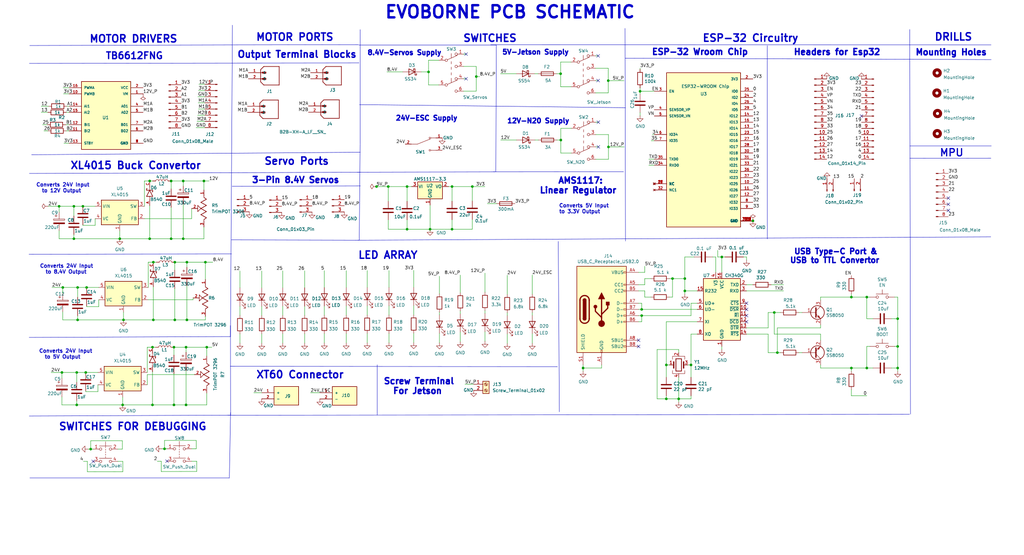
<source format=kicad_sch>
(kicad_sch (version 20231120) (generator "eeschema") (generator_version "8.0")
  (paper "User" 421.64 228.6)
  (lib_symbols
    (symbol "Connector:B2B-XH-A_LF__SN_" (pin_names (offset 1.016))
      (property "Reference" "J" (at 0 6.35 0))
      (property "Value" "B2B-XH-A_LF__SN_" (at 0 -5.08 0))
      (symbol "B2B-XH-A_LF__SN__0_0"
        (pin passive line (at -5.08 2.54 0) (length 5.08) (name "1") (number "1"))
        (pin passive line (at -5.08 0 0) (length 5.08) (name "2") (number "2"))
      )
    )
    (symbol "Connector:Conn_01x02_Pin" (pin_names (offset 1.016) hide)
      (property "Reference" "J" (at 0 2.54 0))
      (property "Value" "Conn_01x02_Pin" (at 0 -5.08 0))
      (symbol "Conn_01x02_Pin_1_1"
        (pin passive line (at 5.08 0 180) (length 3.81) (name "Pin_1") (number "1"))
        (pin passive line (at 5.08 -2.54 180) (length 3.81) (name "Pin_2") (number "2"))
      )
    )
    (symbol "Connector:Conn_01x03_Pin" (pin_names (offset 1.016) hide)
      (property "Reference" "J" (at 0 5.08 0))
      (property "Value" "Conn_01x03_Pin" (at 0 -5.08 0))
      (symbol "Conn_01x03_Pin_1_1"
        (pin passive line (at 5.08 2.54 180) (length 3.81) (name "Pin_1") (number "1"))
        (pin passive line (at 5.08 0 180) (length 3.81) (name "Pin_2") (number "2"))
        (pin passive line (at 5.08 -2.54 180) (length 3.81) (name "Pin_3") (number "3"))
      )
    )
    (symbol "Connector:Conn_01x08_Pin" (pin_names (offset 1.016) hide)
      (property "Reference" "J" (at 0 10.16 0))
      (property "Value" "Conn_01x08_Pin" (at 0 -12.7 0))
      (symbol "Conn_01x08_Pin_1_1"
        (pin passive line (at 5.08 7.62 180) (length 3.81) (name "Pin_1") (number "1"))
        (pin passive line (at 5.08 5.08 180) (length 3.81) (name "Pin_2") (number "2"))
        (pin passive line (at 5.08 2.54 180) (length 3.81) (name "Pin_3") (number "3"))
        (pin passive line (at 5.08 0 180) (length 3.81) (name "Pin_4") (number "4"))
        (pin passive line (at 5.08 -2.54 180) (length 3.81) (name "Pin_5") (number "5"))
        (pin passive line (at 5.08 -5.08 180) (length 3.81) (name "Pin_6") (number "6"))
        (pin passive line (at 5.08 -7.62 180) (length 3.81) (name "Pin_7") (number "7"))
        (pin passive line (at 5.08 -10.16 180) (length 3.81) (name "Pin_8") (number "8"))
      )
    )
    (symbol "Connector:Conn_01x14_Pin" (pin_names (offset 1.016) hide)
      (property "Reference" "J" (at 0 17.78 0))
      (property "Value" "Conn_01x14_Pin" (at 0 -20.32 0))
      (symbol "Conn_01x14_Pin_1_1"
        (pin passive line (at 5.08 15.24 180) (length 3.81) (name "Pin_1") (number "1"))
        (pin passive line (at 5.08 -7.62 180) (length 3.81) (name "Pin_10") (number "10"))
        (pin passive line (at 5.08 -10.16 180) (length 3.81) (name "Pin_11") (number "11"))
        (pin passive line (at 5.08 -12.7 180) (length 3.81) (name "Pin_12") (number "12"))
        (pin passive line (at 5.08 -15.24 180) (length 3.81) (name "Pin_13") (number "13"))
        (pin passive line (at 5.08 -17.78 180) (length 3.81) (name "Pin_14") (number "14"))
        (pin passive line (at 5.08 12.7 180) (length 3.81) (name "Pin_2") (number "2"))
        (pin passive line (at 5.08 10.16 180) (length 3.81) (name "Pin_3") (number "3"))
        (pin passive line (at 5.08 7.62 180) (length 3.81) (name "Pin_4") (number "4"))
        (pin passive line (at 5.08 5.08 180) (length 3.81) (name "Pin_5") (number "5"))
        (pin passive line (at 5.08 2.54 180) (length 3.81) (name "Pin_6") (number "6"))
        (pin passive line (at 5.08 0 180) (length 3.81) (name "Pin_7") (number "7"))
        (pin passive line (at 5.08 -2.54 180) (length 3.81) (name "Pin_8") (number "8"))
        (pin passive line (at 5.08 -5.08 180) (length 3.81) (name "Pin_9") (number "9"))
      )
    )
    (symbol "Connector:Screw_Terminal_01x02" (pin_names (offset 1.016) hide)
      (property "Reference" "J" (at 0 2.54 0))
      (property "Value" "Screw_Terminal_01x02" (at 0 -5.08 0))
      (symbol "Screw_Terminal_01x02_1_1"
        (pin passive line (at -5.08 0 0) (length 3.81) (name "Pin_1") (number "1"))
        (pin passive line (at -5.08 -2.54 0) (length 3.81) (name "Pin_2") (number "2"))
      )
    )
    (symbol "Connector:XT60" (pin_names (offset 1.016))
      (property "Reference" "J" (at -5.08 5.7234 0))
      (property "Value" "XT60" (at -5.08 -5.0923 0))
      (symbol "XT60_0_0"
        (pin passive line (at -10.16 2.54 0) (length 5.08) (name "+") (number "1"))
        (pin passive line (at -10.16 0 0) (length 5.08) (name "-") (number "2"))
      )
    )
    (symbol "Device:C" (pin_numbers hide) (pin_names (offset 0.254))
      (property "Reference" "C" (at 0.635 2.54 0))
      (property "Value" "C" (at 0.635 -2.54 0))
      (symbol "C_1_1"
        (pin passive line (at 0 3.81 270) (length 2.794) (name "~") (number "1"))
        (pin passive line (at 0 -3.81 90) (length 2.794) (name "~") (number "2"))
      )
    )
    (symbol "Device:C_Polarized" (pin_numbers hide) (pin_names (offset 0.254))
      (property "Reference" "C" (at 0.635 2.54 0))
      (property "Value" "C_Polarized" (at 0.635 -2.54 0))
      (symbol "C_Polarized_1_1"
        (pin passive line (at 0 3.81 270) (length 2.794) (name "~") (number "1"))
        (pin passive line (at 0 -3.81 90) (length 2.794) (name "~") (number "2"))
      )
    )
    (symbol "Device:Crystal_GND24" (pin_names (offset 1.016) hide)
      (property "Reference" "Y" (at 3.175 5.08 0))
      (property "Value" "Crystal_GND24" (at 3.175 3.175 0))
      (symbol "Crystal_GND24_1_1"
        (pin passive line (at -3.81 0 0) (length 1.27) (name "1") (number "1"))
        (pin passive line (at 0 5.08 270) (length 1.27) (name "2") (number "2"))
        (pin passive line (at 3.81 0 180) (length 1.27) (name "3") (number "3"))
        (pin passive line (at 0 -5.08 90) (length 1.27) (name "4") (number "4"))
      )
    )
    (symbol "Device:Fuse" (pin_numbers hide) (pin_names (offset 0))
      (property "Reference" "F" (at 2.032 0 90))
      (property "Value" "Fuse" (at -1.905 0 90))
      (symbol "Fuse_1_1"
        (pin passive line (at 0 3.81 270) (length 1.27) (name "~") (number "1"))
        (pin passive line (at 0 -3.81 90) (length 1.27) (name "~") (number "2"))
      )
    )
    (symbol "Device:L" (pin_numbers hide) (pin_names (offset 1.016) hide)
      (property "Reference" "L" (at -1.27 0 90))
      (property "Value" "L" (at 1.905 0 90))
      (symbol "L_1_1"
        (pin passive line (at 0 3.81 270) (length 1.27) (name "1") (number "1"))
        (pin passive line (at 0 -3.81 90) (length 1.27) (name "2") (number "2"))
      )
    )
    (symbol "Device:LED" (pin_numbers hide) (pin_names (offset 1.016) hide)
      (property "Reference" "D" (at 0 2.54 0))
      (property "Value" "LED" (at 0 -2.54 0))
      (symbol "LED_1_1"
        (pin passive line (at -3.81 0 0) (length 2.54) (name "K") (number "1"))
        (pin passive line (at 3.81 0 180) (length 2.54) (name "A") (number "2"))
      )
    )
    (symbol "Device:R" (pin_numbers hide) (pin_names (offset 0))
      (property "Reference" "R" (at 2.032 0 90))
      (property "Value" "R" (at 0 0 90))
      (symbol "R_1_1"
        (pin passive line (at 0 3.81 270) (length 1.27) (name "~") (number "1"))
        (pin passive line (at 0 -3.81 90) (length 1.27) (name "~") (number "2"))
      )
    )
    (symbol "Device:TrimPOT 3296" (pin_names (offset 1.016))
      (property "Reference" "R" (at -5.08 5.08 0))
      (property "Value" "TrimPOT 3296" (at -5.08 2.54 0))
      (symbol "TrimPOT 3296_0_0"
        (pin passive line (at -7.62 0 0) (length 2.54) (name "~") (number "1"))
        (pin passive line (at 0 -5.08 90) (length 2.54) (name "~") (number "2"))
        (pin passive line (at 7.62 0 180) (length 2.54) (name "~") (number "3"))
      )
    )
    (symbol "Diode:1N5822" (pin_numbers hide) (pin_names (offset 1.016) hide)
      (property "Reference" "D" (at 0 2.54 0))
      (property "Value" "1N5822" (at 0 -2.54 0))
      (symbol "1N5822_1_1"
        (pin passive line (at -3.81 0 0) (length 2.54) (name "K") (number "1"))
        (pin passive line (at 3.81 0 180) (length 2.54) (name "A") (number "2"))
      )
    )
    (symbol "Diode:B540" (pin_names (offset 1.016))
      (property "Reference" "D" (at -5.08 2.54 0))
      (property "Value" "B540" (at -5.08 -3.81 0))
      (symbol "B540_0_0"
        (pin passive line (at -5.08 0 0) (length 2.54) (name "~") (number "A"))
        (pin passive line (at 5.08 0 180) (length 2.54) (name "~") (number "C"))
      )
    )
    (symbol "ESP32_Devkit_TypeC-rescue:USB_C_Receptacle_USB2.0-Connector" (pin_names (offset 1.016))
      (property "Reference" "J" (at -10.16 19.05 0))
      (property "Value" "Connector_USB_C_Receptacle_USB2.0" (at 19.05 19.05 0))
      (symbol "USB_C_Receptacle_USB2.0-Connector_1_1"
        (pin power_in line (at 0 -22.86 90) (length 5.08) (name "GND") (number "A1"))
        (pin passive line (at 0 -22.86 90) (length 5.08) hide (name "GND") (number "A12"))
        (pin power_in line (at 15.24 15.24 180) (length 5.08) (name "VBUS") (number "A4"))
        (pin bidirectional line (at 15.24 10.16 180) (length 5.08) (name "CC1") (number "A5"))
        (pin bidirectional line (at 15.24 -2.54 180) (length 5.08) (name "D+") (number "A6"))
        (pin bidirectional line (at 15.24 2.54 180) (length 5.08) (name "D-") (number "A7"))
        (pin bidirectional line (at 15.24 -12.7 180) (length 5.08) (name "SBU1") (number "A8"))
        (pin passive line (at 15.24 15.24 180) (length 5.08) hide (name "VBUS") (number "A9"))
        (pin passive line (at 0 -22.86 90) (length 5.08) hide (name "GND") (number "B1"))
        (pin passive line (at 0 -22.86 90) (length 5.08) hide (name "GND") (number "B12"))
        (pin passive line (at 15.24 15.24 180) (length 5.08) hide (name "VBUS") (number "B4"))
        (pin bidirectional line (at 15.24 7.62 180) (length 5.08) (name "CC2") (number "B5"))
        (pin bidirectional line (at 15.24 -5.08 180) (length 5.08) (name "D+") (number "B6"))
        (pin bidirectional line (at 15.24 0 180) (length 5.08) (name "D-") (number "B7"))
        (pin bidirectional line (at 15.24 -15.24 180) (length 5.08) (name "SBU2") (number "B8"))
        (pin passive line (at 15.24 15.24 180) (length 5.08) hide (name "VBUS") (number "B9"))
        (pin passive line (at -7.62 -22.86 90) (length 5.08) (name "SHIELD") (number "S1"))
      )
    )
    (symbol "GND_1" (power) (pin_names (offset 0))
      (property "Value" "GND_1" (at 0 -3.81 0))
      (symbol "GND_1_1_1"
        (pin power_in line (at 0 0 270) (length 0) hide (name "GND") (number "1"))
      )
    )
    (symbol "GND_2" (power) (pin_names (offset 0))
      (property "Value" "GND_2" (at 0 -3.81 0))
      (symbol "GND_2_1_1"
        (pin power_in line (at 0 0 270) (length 0) hide (name "GND") (number "1"))
      )
    )
    (symbol "GND_3" (power) (pin_names (offset 0))
      (property "Value" "GND_3" (at 0 -3.81 0))
      (symbol "GND_3_1_1"
        (pin power_in line (at 0 0 270) (length 0) hide (name "GND") (number "1"))
      )
    )
    (symbol "GND_4" (power) (pin_names (offset 0))
      (property "Value" "GND_4" (at 0 -3.81 0))
      (symbol "GND_4_1_1"
        (pin power_in line (at 0 0 270) (length 0) hide (name "GND") (number "1"))
      )
    )
    (symbol "GND_5" (power) (pin_names (offset 0))
      (property "Value" "GND_5" (at 0 -3.81 0))
      (symbol "GND_5_1_1"
        (pin power_in line (at 0 0 270) (length 0) hide (name "GND") (number "1"))
      )
    )
    (symbol "GND_6" (power) (pin_names (offset 0))
      (property "Value" "GND_6" (at 0 -3.81 0))
      (symbol "GND_6_1_1"
        (pin power_in line (at 0 0 270) (length 0) hide (name "GND") (number "1"))
      )
    )
    (symbol "GND_7" (power) (pin_names (offset 0))
      (property "Value" "GND_7" (at 0 -3.81 0))
      (symbol "GND_7_1_1"
        (pin power_in line (at 0 0 270) (length 0) hide (name "GND") (number "1"))
      )
    )
    (symbol "GND_8" (power) (pin_names (offset 0))
      (property "Value" "GND_8" (at 0 -3.81 0))
      (symbol "GND_8_1_1"
        (pin power_in line (at 0 0 270) (length 0) hide (name "GND") (number "1"))
      )
    )
    (symbol "Interface_USB:CH340G"
      (property "Reference" "U" (at -5.08 13.97 0))
      (property "Value" "CH340G" (at 1.27 13.97 0))
      (symbol "CH340G_1_1"
        (pin power_in line (at 0 -15.24 90) (length 2.54) (name "GND") (number "1"))
        (pin input line (at 10.16 0 180) (length 2.54) (name "~{DSR}") (number "10"))
        (pin input line (at 10.16 -2.54 180) (length 2.54) (name "~{RI}") (number "11"))
        (pin input line (at 10.16 -5.08 180) (length 2.54) (name "~{DCD}") (number "12"))
        (pin output line (at 10.16 -7.62 180) (length 2.54) (name "~{DTR}") (number "13"))
        (pin output line (at 10.16 -10.16 180) (length 2.54) (name "~{RTS}") (number "14"))
        (pin input line (at -10.16 7.62 0) (length 2.54) (name "R232") (number "15"))
        (pin power_in line (at 0 15.24 270) (length 2.54) (name "VCC") (number "16"))
        (pin output line (at 10.16 10.16 180) (length 2.54) (name "TXD") (number "2"))
        (pin input line (at 10.16 7.62 180) (length 2.54) (name "RXD") (number "3"))
        (pin passive line (at -2.54 15.24 270) (length 2.54) (name "V3") (number "4"))
        (pin bidirectional line (at -10.16 2.54 0) (length 2.54) (name "UD+") (number "5"))
        (pin bidirectional line (at -10.16 0 0) (length 2.54) (name "UD-") (number "6"))
        (pin input line (at -10.16 -5.08 0) (length 2.54) (name "XI") (number "7"))
        (pin output line (at -10.16 -10.16 0) (length 2.54) (name "XO") (number "8"))
        (pin input line (at 10.16 2.54 180) (length 2.54) (name "~{CTS}") (number "9"))
      )
    )
    (symbol "MCU_Espressif:ESP32-WROOM Chip" (pin_names (offset 1.016))
      (property "Reference" "U" (at -15.24 33.909 0))
      (property "Value" "ESP32-WROOM Chip" (at -15.24 -33.02 0))
      (symbol "ESP32-WROOM Chip_0_0"
        (pin power_in line (at 20.32 -27.94 180) (length 5.08) (name "GND") (number "1"))
        (pin bidirectional line (at 20.32 -12.7 180) (length 5.08) (name "IO25") (number "10"))
        (pin bidirectional line (at 20.32 -15.24 180) (length 5.08) (name "IO26") (number "11"))
        (pin bidirectional line (at 20.32 -17.78 180) (length 5.08) (name "IO27") (number "12"))
        (pin bidirectional line (at 20.32 10.16 180) (length 5.08) (name "IO14") (number "13"))
        (pin bidirectional line (at 20.32 15.24 180) (length 5.08) (name "IO12") (number "14"))
        (pin power_in line (at 20.32 -27.94 180) (length 5.08) (name "GND") (number "15"))
        (pin bidirectional line (at 20.32 12.7 180) (length 5.08) (name "IO13") (number "16"))
        (pin no_connect line (at -20.32 -12.7 0) (length 5.08) (name "NC") (number "17"))
        (pin no_connect line (at -20.32 -12.7 0) (length 5.08) (name "NC") (number "18"))
        (pin no_connect line (at -20.32 -12.7 0) (length 5.08) (name "NC") (number "19"))
        (pin power_in line (at 20.32 30.48 180) (length 5.08) (name "3V3") (number "2"))
        (pin no_connect line (at -20.32 -12.7 0) (length 5.08) (name "NC") (number "20"))
        (pin no_connect line (at -20.32 -12.7 0) (length 5.08) (name "NC") (number "21"))
        (pin no_connect line (at -20.32 -12.7 0) (length 5.08) (name "NC") (number "22"))
        (pin bidirectional line (at 20.32 7.62 180) (length 5.08) (name "IO15") (number "23"))
        (pin bidirectional line (at 20.32 22.86 180) (length 5.08) (name "IO2") (number "24"))
        (pin bidirectional line (at 20.32 25.4 180) (length 5.08) (name "IO0") (number "25"))
        (pin bidirectional line (at 20.32 20.32 180) (length 5.08) (name "IO4") (number "26"))
        (pin bidirectional line (at 20.32 5.08 180) (length 5.08) (name "IO16") (number "27"))
        (pin bidirectional line (at 20.32 2.54 180) (length 5.08) (name "IO17") (number "28"))
        (pin bidirectional line (at 20.32 17.78 180) (length 5.08) (name "IO5") (number "29"))
        (pin input line (at -20.32 25.4 0) (length 5.08) (name "EN") (number "3"))
        (pin bidirectional line (at 20.32 0 180) (length 5.08) (name "IO18") (number "30"))
        (pin bidirectional line (at 20.32 -2.54 180) (length 5.08) (name "IO19") (number "31"))
        (pin no_connect line (at -20.32 -15.24 0) (length 5.08) (name "NC1") (number "32"))
        (pin bidirectional line (at 20.32 -5.08 180) (length 5.08) (name "IO21") (number "33"))
        (pin bidirectional line (at -20.32 -5.08 0) (length 5.08) (name "RXD0") (number "34"))
        (pin bidirectional line (at -20.32 -2.54 0) (length 5.08) (name "TXD0") (number "35"))
        (pin bidirectional line (at 20.32 -7.62 180) (length 5.08) (name "IO22") (number "36"))
        (pin bidirectional line (at 20.32 -10.16 180) (length 5.08) (name "IO23") (number "37"))
        (pin power_in line (at 20.32 -27.94 180) (length 5.08) (name "GND") (number "38"))
        (pin power_in line (at 20.32 -27.94 180) (length 5.08) (name "GND") (number "39_1"))
        (pin power_in line (at 20.32 -27.94 180) (length 5.08) (name "GND") (number "39_2"))
        (pin power_in line (at 20.32 -27.94 180) (length 5.08) (name "GND") (number "39_3"))
        (pin power_in line (at 20.32 -27.94 180) (length 5.08) (name "GND") (number "39_4"))
        (pin power_in line (at 20.32 -27.94 180) (length 5.08) (name "GND") (number "39_5"))
        (pin power_in line (at 20.32 -27.94 180) (length 5.08) (name "GND") (number "39_6"))
        (pin power_in line (at 20.32 -27.94 180) (length 5.08) (name "GND") (number "39_7"))
        (pin power_in line (at 20.32 -27.94 180) (length 5.08) (name "GND") (number "39_8"))
        (pin power_in line (at 20.32 -27.94 180) (length 5.08) (name "GND") (number "39_9"))
        (pin input line (at -20.32 17.78 0) (length 5.08) (name "SENSOR_VP") (number "4"))
        (pin input line (at -20.32 15.24 0) (length 5.08) (name "SENSOR_VN") (number "5"))
        (pin input line (at -20.32 7.62 0) (length 5.08) (name "IO34") (number "6"))
        (pin input line (at -20.32 5.08 0) (length 5.08) (name "IO35") (number "7"))
        (pin bidirectional line (at 20.32 -20.32 180) (length 5.08) (name "IO32") (number "8"))
        (pin bidirectional line (at 20.32 -22.86 180) (length 5.08) (name "IO33") (number "9"))
      )
    )
    (symbol "Mechanical:MountingHole" (pin_names (offset 1.016))
      (property "Reference" "H" (at 0 5.08 0))
      (property "Value" "MountingHole" (at 0 3.175 0))
    )
    (symbol "Motor Driver:TB6612FNG" (pin_names (offset 1.016))
      (property "Reference" "U" (at -10.16 16.002 0))
      (property "Value" "TB6612FNG" (at -10.16 -15.24 0))
      (symbol "TB6612FNG_0_0"
        (pin power_in line (at 15.24 10.16 180) (length 5.08) (name "VM") (number "1"))
        (pin input line (at -15.24 10.16 0) (length 5.08) (name "PWMB") (number "10"))
        (pin input line (at -15.24 -5.08 0) (length 5.08) (name "BI2") (number "11"))
        (pin input line (at -15.24 -2.54 0) (length 5.08) (name "BI1") (number "12"))
        (pin input line (at -15.24 -10.16 0) (length 5.08) (name "STBY") (number "13"))
        (pin input line (at -15.24 5.08 0) (length 5.08) (name "AI1") (number "14"))
        (pin input line (at -15.24 2.54 0) (length 5.08) (name "AI2") (number "15"))
        (pin input line (at -15.24 12.7 0) (length 5.08) (name "PWMA") (number "16"))
        (pin power_in line (at 15.24 12.7 180) (length 5.08) (name "VCC") (number "2"))
        (pin power_in line (at 15.24 -10.16 180) (length 5.08) (name "GND") (number "3"))
        (pin output line (at 15.24 5.08 180) (length 5.08) (name "A01") (number "4"))
        (pin output line (at 15.24 2.54 180) (length 5.08) (name "A02") (number "5"))
        (pin output line (at 15.24 -5.08 180) (length 5.08) (name "B02") (number "6"))
        (pin output line (at 15.24 -2.54 180) (length 5.08) (name "B01") (number "7"))
        (pin power_in line (at 15.24 -10.16 180) (length 5.08) (name "GND") (number "8"))
        (pin power_in line (at 15.24 -10.16 180) (length 5.08) (name "GND") (number "9"))
      )
    )
    (symbol "RF_Switch:High Current 3 Pin spdt Switch" (pin_names (offset 1.016))
      (property "Reference" "S" (at -2.54 5.08 0))
      (property "Value" "High Current 3 Pin spdt Switch" (at -2.54 -5.08 0))
      (symbol "High Current 3 Pin spdt Switch_0_0"
        (pin passive line (at 7.62 2.54 180) (length 2.54) (name "~") (number "1"))
        (pin passive line (at -7.62 0 0) (length 2.54) (name "~") (number "2"))
        (pin passive line (at 7.62 -2.54 180) (length 2.54) (name "~") (number "3"))
      )
    )
    (symbol "Regulator_Linear:AMS1117-3.3" (pin_names (offset 0.254))
      (property "Reference" "U" (at -3.81 3.175 0))
      (property "Value" "AMS1117-3.3" (at 0 3.175 0))
      (symbol "AMS1117-3.3_1_1"
        (pin power_in line (at 0 -7.62 90) (length 2.54) (name "GND") (number "1"))
        (pin power_out line (at 7.62 0 180) (length 2.54) (name "VO") (number "2"))
        (pin power_in line (at -7.62 0 0) (length 2.54) (name "VI") (number "3"))
      )
    )
    (symbol "Regulator_Switching:XL4015"
      (property "Reference" "U?" (at -6.35 6.35 0))
      (property "Value" "XL4015" (at 6.35 6.35 0))
      (symbol "XL4015_1_1"
        (pin power_in line (at 0 -7.62 90) (length 2.54) (name "GND") (number "1"))
        (pin input line (at 10.16 -2.54 180) (length 2.54) (name "FB") (number "2"))
        (pin power_out line (at 10.16 2.54 180) (length 2.54) (name "SW") (number "3"))
        (pin input line (at -10.16 -2.54 0) (length 2.54) (name "VC") (number "4"))
        (pin power_in line (at -10.16 2.54 0) (length 2.54) (name "VIN") (number "5"))
      )
    )
    (symbol "Switch:SW_Push" (pin_numbers hide) (pin_names (offset 1.016) hide)
      (property "Reference" "SW" (at 1.27 2.54 0))
      (property "Value" "SW_Push" (at 0 -1.524 0))
      (symbol "SW_Push_0_1"
        (pin passive line (at -5.08 0 0) (length 2.54) (name "1") (number "1"))
        (pin passive line (at 5.08 0 180) (length 2.54) (name "2") (number "2"))
      )
    )
    (symbol "Switch:SW_Push_DPDT" (pin_names (offset 0) hide)
      (property "Reference" "SW" (at 0 8.89 0))
      (property "Value" "SW_Push_DPDT" (at 0 -10.16 0))
      (symbol "SW_Push_DPDT_1_1"
        (pin passive line (at 5.08 7.62 180) (length 2.54) (name "A") (number "1"))
        (pin passive line (at -5.08 5.08 0) (length 2.54) (name "B") (number "2"))
        (pin passive line (at 5.08 2.54 180) (length 2.54) (name "C") (number "3"))
        (pin passive line (at 5.08 -2.54 180) (length 2.54) (name "A") (number "4"))
        (pin passive line (at -5.08 -5.08 0) (length 2.54) (name "B") (number "5"))
        (pin passive line (at 5.08 -7.62 180) (length 2.54) (name "C") (number "6"))
      )
    )
    (symbol "Switch:SW_Push_Dual" (pin_names (offset 1.016) hide)
      (property "Reference" "SW" (at 1.27 2.54 0))
      (property "Value" "SW_Push_Dual" (at 0 -6.858 0))
      (symbol "SW_Push_Dual_0_1"
        (pin passive line (at -5.08 0 0) (length 2.54) (name "1") (number "1"))
        (pin passive line (at 5.08 0 180) (length 2.54) (name "2") (number "2"))
        (pin passive line (at -5.08 -5.08 0) (length 2.54) (name "3") (number "3"))
        (pin passive line (at 5.08 -5.08 180) (length 2.54) (name "4") (number "4"))
      )
    )
    (symbol "Transistor_BJT:MMBT3904" (pin_names (offset 0) hide)
      (property "Reference" "Q" (at 5.08 1.905 0))
      (property "Value" "MMBT3904" (at 5.08 0 0))
      (symbol "MMBT3904_1_1"
        (pin input line (at -5.08 0 0) (length 5.715) (name "B") (number "1"))
        (pin passive line (at 2.54 -5.08 90) (length 2.54) (name "E") (number "2"))
        (pin passive line (at 2.54 5.08 270) (length 2.54) (name "C") (number "3"))
      )
    )
    (symbol "power:GND" (power) (pin_names (offset 0))
      (property "Value" "GND" (at 0 -3.81 0))
      (symbol "GND_1_1"
        (pin power_in line (at 0 0 270) (length 0) hide (name "GND") (number "1"))
      )
    )
    (symbol "power:PWR_FLAG" (power) (pin_numbers hide) (pin_names (offset 0) hide)
      (property "Value" "PWR_FLAG" (at 0 3.81 0))
      (symbol "PWR_FLAG_0_0"
        (pin power_out line (at 0 0 90) (length 0) (name "pwr") (number "1"))
      )
    )
  )
  (junction (at 155.0416 76.8096))
  (junction (at 159.8676 76.8096))
  (junction (at 167.6146 76.8096))
  (junction (at 75.438 74.5236))
  (junction (at 369.6208 131.2164))
  (junction (at 369.6208 151.5364))
  (junction (at 310.0324 90.932))
  (junction (at 62.7888 166.7256))
  (junction (at 276.9108 114.7064))
  (junction (at 31.9532 118.364))
  (junction (at 25.5016 153.3652))
  (junction (at 230.8352 30.353))
  (junction (at 63.1444 131.7244))
  (junction (at 250.444 33.1978))
  (junction (at 34.1376 84.9376))
  (junction (at 31.5976 153.3652))
  (junction (at 31.5976 166.7256))
  (junction (at 186.1312 76.8096))
  (junction (at 350.5708 122.3264))
  (junction (at 240.0808 151.5364))
  (junction (at 61.6204 74.5236))
  (junction (at 167.6146 94.3864))
  (junction (at 264.2108 127.4064))
  (junction (at 281.9908 114.7064))
  (junction (at 76.962 107.95))
  (junction (at 318.8208 128.6764))
  (junction (at 71.628 142.9512))
  (junction (at 274.3708 150.2664))
  (junction (at 63.1444 107.95))
  (junction (at 35.6616 118.364))
  (junction (at 62.7888 142.9512))
  (junction (at 274.3708 164.2364))
  (junction (at 71.628 166.7256))
  (junction (at 279.4508 164.2364))
  (junction (at 264.2108 129.9464))
  (junction (at 281.9908 119.7864))
  (junction (at 70.4596 98.298))
  (junction (at 369.6208 142.6464))
  (junction (at 356.9208 151.5364))
  (junction (at 84.582 107.95))
  (junction (at 186.1312 94.3864))
  (junction (at 350.5708 151.5364))
  (junction (at 50.4952 166.7256))
  (junction (at 320.0908 145.1864))
  (junction (at 230.9368 57.658))
  (junction (at 76.962 131.7244))
  (junction (at 76.6064 166.7256))
  (junction (at 83.9724 74.5236))
  (junction (at 61.6204 98.298))
  (junction (at 284.5308 150.2664))
  (junction (at 30.4292 98.298))
  (junction (at 24.3332 84.9376))
  (junction (at 194.4878 76.8096))
  (junction (at 250.5456 60.5028))
  (junction (at 75.438 98.298))
  (junction (at 177.0888 94.3864))
  (junction (at 85.1408 142.9512))
  (junction (at 49.3268 98.298))
  (junction (at 71.9836 131.7244))
  (junction (at 76.6064 142.9512))
  (junction (at 263.5504 37.592))
  (junction (at 176.4538 29.6164))
  (junction (at 35.306 153.3652))
  (junction (at 70.4596 74.5236))
  (junction (at 50.8508 131.7244))
  (junction (at 196.1134 31.5214))
  (junction (at 297.2308 105.8164))
  (junction (at 25.8572 118.364))
  (junction (at 67.7418 184.8104))
  (junction (at 37.338 184.912))
  (junction (at 31.9532 131.7244))
  (junction (at 30.4292 84.9376))
  (junction (at 356.9208 122.3264))
  (junction (at 71.9836 107.95))
  (no_connect (at 191.897 22.2758))
  (no_connect (at 246.2784 33.1724))
  (no_connect (at 262.9408 140.1064))
  (no_connect (at 191.897 32.4358))
  (no_connect (at 68.7832 189.8904))
  (no_connect (at 307.3908 129.9464))
  (no_connect (at 354.7364 47.8028))
  (no_connect (at 38.3794 189.992))
  (no_connect (at 246.38 50.3174))
  (no_connect (at 307.3908 132.4864))
  (no_connect (at 246.38 60.4774))
  (no_connect (at 262.9408 142.6464))
  (no_connect (at 246.2784 23.0124))
  (no_connect (at 390.4996 84.1248))
  (no_connect (at 307.3908 127.4064))
  (no_connect (at 390.4996 86.6648))
  (no_connect (at 307.3908 124.8664))
  (no_connect (at 390.4996 81.5848))
  (wire (pts (xy 80.7974 181.356) (xy 80.7974 184.8104)))
  (polyline (pts (xy 95.3008 98.7552) (xy 147.7772 98.9076)))
  (wire (pts (xy 116.4336 118.4656) (xy 116.4336 111.506)))
  (wire (pts (xy 107.7976 118.5164) (xy 107.7976 111.5568)))
  (wire (pts (xy 27.3304 46.2788) (xy 28.448 46.2788)))
  (polyline (pts (xy 148.2852 59.3852) (xy 147.9296 98.8568)))
  (wire (pts (xy 316.2808 128.6764) (xy 316.2808 135.0264)))
  (polyline (pts (xy 203.2 70.7644) (xy 256.7432 70.7136)))
  (wire (pts (xy 142.5448 137.3632) (xy 142.5448 141.1732)))
  (wire (pts (xy 316.2808 135.0264) (xy 307.3908 135.0264)))
  (wire (pts (xy 262.9408 117.2464) (xy 265.4808 117.2464)))
  (wire (pts (xy 25.9588 36.1188) (xy 28.448 36.1188)))
  (wire (pts (xy 263.5504 28.0416) (xy 263.5504 28.5496)))
  (polyline (pts (xy 12.0904 26.1112) (xy 147.574 25.908)))
  (wire (pts (xy 159.8676 94.3864) (xy 167.6146 94.3864)))
  (wire (pts (xy 76.6064 152.654) (xy 76.6064 166.7256)))
  (wire (pts (xy 268.1224 57.912) (xy 269.3924 57.912)))
  (wire (pts (xy 40.3352 161.2392) (xy 40.3352 158.4452)))
  (wire (pts (xy 196.0626 37.5158) (xy 190.881 37.5158)))
  (wire (pts (xy 186.1312 76.8096) (xy 194.4878 76.8096)))
  (wire (pts (xy 40.6908 126.238) (xy 40.6908 123.444)))
  (wire (pts (xy 81.6864 44.9072) (xy 84.3788 44.9072)))
  (wire (pts (xy 160.1724 118.3386) (xy 160.1724 111.379)))
  (wire (pts (xy 59.5376 74.5744) (xy 59.4868 74.5744)))
  (wire (pts (xy 85.1408 142.9512) (xy 87.2744 142.9512)))
  (polyline (pts (xy 148.2852 12.192) (xy 148.2852 59.2328)))
  (wire (pts (xy 67.7418 181.356) (xy 80.7974 181.356)))
  (wire (pts (xy 61.0616 108.0008) (xy 61.0616 107.95)))
  (wire (pts (xy 250.444 33.1978) (xy 256.9464 33.1978)))
  (wire (pts (xy 167.6146 94.3864) (xy 177.0888 94.3864)))
  (polyline (pts (xy 204.3684 18.4912) (xy 204.1652 70.7644)))
  (wire (pts (xy 190.881 27.3558) (xy 196.0626 27.3558)))
  (wire (pts (xy 167.6146 76.8096) (xy 169.4688 76.8096)))
  (wire (pts (xy 133.5532 118.3894) (xy 133.5532 111.4298)))
  (wire (pts (xy 35.9918 194.2592) (xy 50.5968 194.2338)))
  (wire (pts (xy 279.4508 165.5064) (xy 279.4508 164.2364)))
  (wire (pts (xy 295.5544 105.8164) (xy 297.2308 105.8164)))
  (wire (pts (xy 60.6552 143.002) (xy 60.6552 153.3652)))
  (wire (pts (xy 307.3908 105.8164) (xy 306.1208 105.8164)))
  (wire (pts (xy 27.0764 51.3588) (xy 28.448 51.3588)))
  (wire (pts (xy 25.8572 118.364) (xy 31.9532 118.364)))
  (polyline (pts (xy 94.7928 150.8252) (xy 229.5144 150.9776)))
  (wire (pts (xy 78.8924 85.852) (xy 78.8924 90.0176)))
  (polyline (pts (xy 12.0904 71.4248) (xy 148.3868 70.9168)))
  (wire (pts (xy 330.2508 128.6764) (xy 328.9808 128.6764)))
  (wire (pts (xy 81.5848 42.3672) (xy 84.3788 42.3672)))
  (wire (pts (xy 98.806 118.5164) (xy 98.806 111.5568)))
  (wire (pts (xy 70.4596 85.3948) (xy 70.4596 98.298)))
  (polyline (pts (xy 95.8596 18.4912) (xy 147.6756 18.3896)))
  (wire (pts (xy 70.4596 74.5236) (xy 75.438 74.5236)))
  (wire (pts (xy 155.0416 76.8096) (xy 159.8676 76.8096)))
  (wire (pts (xy 59.5376 74.5236) (xy 61.6204 74.5236)))
  (wire (pts (xy 64.7446 189.8904) (xy 66.3956 189.8904)))
  (wire (pts (xy 190.881 32.4358) (xy 191.897 32.4358)))
  (wire (pts (xy 265.4808 112.1664) (xy 262.9408 112.1664)))
  (wire (pts (xy 107.7976 126.1364) (xy 107.7976 129.8702)))
  (wire (pts (xy 62.7888 142.9512) (xy 64.008 142.9512)))
  (wire (pts (xy 76.6064 145.034) (xy 76.6064 142.9512)))
  (wire (pts (xy 27.3304 53.8988) (xy 28.448 53.8988)))
  (wire (pts (xy 76.6064 166.7256) (xy 85.1408 166.7256)))
  (wire (pts (xy 71.628 166.7256) (xy 62.7888 166.7256)))
  (wire (pts (xy 35.9918 189.992) (xy 35.9918 194.2592)))
  (wire (pts (xy 356.9208 151.5364) (xy 356.9208 142.6464)))
  (wire (pts (xy 287.0708 127.4064) (xy 264.2108 127.4064)))
  (wire (pts (xy 85.1408 142.9512) (xy 85.1408 146.6088)))
  (wire (pts (xy 173.4312 29.6164) (xy 176.4538 29.6164)))
  (wire (pts (xy 50.5968 194.2338) (xy 50.5968 189.992)))
  (wire (pts (xy 318.8208 137.5664) (xy 337.8708 137.5664)))
  (wire (pts (xy 186.1312 90.4494) (xy 186.1312 94.3864)))
  (wire (pts (xy 34.3408 189.992) (xy 35.9918 189.992)))
  (wire (pts (xy 61.0616 108.0008) (xy 61.0108 108.0008)))
  (wire (pts (xy 59.4868 74.5744) (xy 59.4868 84.9376)))
  (wire (pts (xy 265.4808 109.6264) (xy 265.4808 112.1664)))
  (wire (pts (xy 34.1376 92.8116) (xy 34.1376 92.5576)))
  (wire (pts (xy 75.438 76.6064) (xy 75.438 74.5236)))
  (wire (pts (xy 350.5708 151.5364) (xy 356.9208 151.5364)))
  (wire (pts (xy 356.9208 122.3264) (xy 356.9208 131.2164)))
  (wire (pts (xy 59.5376 74.5744) (xy 59.5376 74.5236)))
  (wire (pts (xy 159.8676 90.5002) (xy 159.8676 94.3864)))
  (wire (pts (xy 76.962 117.6528) (xy 76.962 131.7244)))
  (wire (pts (xy 279.4508 145.1864) (xy 279.4508 143.9164)))
  (wire (pts (xy 62.7888 166.7256) (xy 50.4952 166.7256)))
  (wire (pts (xy 240.0808 151.5364) (xy 247.7008 151.5364)))
  (wire (pts (xy 307.3908 117.2464) (xy 309.9308 117.2464)))
  (wire (pts (xy 176.4538 29.6164) (xy 176.4538 34.9758)))
  (wire (pts (xy 316.2808 128.6764) (xy 318.8208 128.6764)))
  (wire (pts (xy 83.9724 74.5236) (xy 86.106 74.5236)))
  (wire (pts (xy 197.5358 31.5214) (xy 196.1134 31.5214)))
  (wire (pts (xy 279.4508 155.3464) (xy 279.4508 164.2364)))
  (wire (pts (xy 154.9908 76.8096) (xy 155.0416 76.8096)))
  (wire (pts (xy 60.706 143.002) (xy 60.6552 143.002)))
  (wire (pts (xy 31.5976 153.3652) (xy 35.306 153.3652)))
  (wire (pts (xy 159.8676 76.8096) (xy 159.8676 82.8802)))
  (wire (pts (xy 16.9672 46.2788) (xy 19.7104 46.2788)))
  (wire (pts (xy 337.8708 135.0264) (xy 320.0908 135.0264)))
  (wire (pts (xy 71.9836 131.7244) (xy 76.962 131.7244)))
  (wire (pts (xy 200.66 83.82) (xy 204.47 83.82)))
  (wire (pts (xy 294.6908 105.8164) (xy 294.6908 112.1664)))
  (wire (pts (xy 307.3908 137.5664) (xy 316.2808 137.5664)))
  (wire (pts (xy 307.3908 107.0864) (xy 307.3908 105.8164)))
  (wire (pts (xy 176.4538 34.9758) (xy 180.721 34.9758)))
  (wire (pts (xy 125.4252 126.0856) (xy 125.4252 129.8194)))
  (wire (pts (xy 230.8352 30.353) (xy 230.8352 35.7124)))
  (wire (pts (xy 62.7888 153.1112) (xy 62.7888 166.7256)))
  (wire (pts (xy 274.3708 150.2664) (xy 275.6408 150.2664)))
  (wire (pts (xy 250.5456 60.5028) (xy 250.5456 65.5574)))
  (wire (pts (xy 270.5608 143.9164) (xy 270.5608 164.2364)))
  (wire (pts (xy 35.306 153.3652) (xy 40.3352 153.3652)))
  (wire (pts (xy 66.3956 194.1576) (xy 81.0006 194.1322)))
  (wire (pts (xy 230.9368 63.0174) (xy 235.204 63.0174)))
  (wire (pts (xy 61.6204 98.298) (xy 49.3268 98.298)))
  (wire (pts (xy 25.5016 153.3652) (xy 31.5976 153.3652)))
  (wire (pts (xy 191.4652 158.242) (xy 195.0212 158.242)))
  (wire (pts (xy 369.6208 152.8064) (xy 369.6208 151.5364)))
  (polyline (pts (xy 147.066 70.9168) (xy 203.708 70.7644)))
  (wire (pts (xy 317.5508 117.2464) (xy 322.6308 117.2464)))
  (wire (pts (xy 17.526 51.3588) (xy 19.4564 51.3588)))
  (wire (pts (xy 31.9532 131.7244) (xy 50.8508 131.7244)))
  (wire (pts (xy 250.5456 65.5574) (xy 245.364 65.5574)))
  (wire (pts (xy 170.3324 118.2624) (xy 170.3324 111.3028)))
  (wire (pts (xy 18.0848 53.8988) (xy 19.7104 53.8988)))
  (wire (pts (xy 66.3956 189.8904) (xy 66.3956 194.1576)))
  (wire (pts (xy 250.5456 55.3974) (xy 250.5456 60.5028)))
  (wire (pts (xy 31.9532 118.364) (xy 35.6616 118.364)))
  (wire (pts (xy 40.6908 126.238) (xy 35.6616 126.238)))
  (wire (pts (xy 284.5308 124.8664) (xy 284.5308 129.9464)))
  (wire (pts (xy 367.0808 131.2164) (xy 369.6208 131.2164)))
  (wire (pts (xy 245.364 55.3974) (xy 250.5456 55.3974)))
  (wire (pts (xy 245.2624 33.1724) (xy 246.2784 33.1724)))
  (wire (pts (xy 37.338 184.912) (xy 37.338 181.4576)))
  (wire (pts (xy 71.628 153.8224) (xy 71.628 166.7256)))
  (wire (pts (xy 31.5976 166.7256) (xy 50.4952 166.7256)))
  (wire (pts (xy 284.5308 150.2664) (xy 283.2608 150.2664)))
  (wire (pts (xy 37.338 184.912) (xy 38.3794 184.912)))
  (wire (pts (xy 133.5532 126.0094) (xy 133.5532 129.7432)))
  (wire (pts (xy 76.6064 142.9512) (xy 85.1408 142.9512)))
  (polyline (pts (xy 12.0396 171.2976) (xy 94.9452 170.942)))
  (wire (pts (xy 199.6948 127.9398) (xy 199.6948 129.0066)))
  (wire (pts (xy 245.364 60.4774) (xy 246.38 60.4774)))
  (wire (pts (xy 263.5504 37.592) (xy 269.3924 37.592)))
  (wire (pts (xy 50.8508 128.524) (xy 50.8508 131.7244)))
  (polyline (pts (xy 147.574 25.908) (xy 147.7772 25.908)))
  (wire (pts (xy 265.4808 119.7864) (xy 265.4808 122.3264)))
  (wire (pts (xy 337.8708 137.5664) (xy 337.8708 140.1064)))
  (wire (pts (xy 125.4252 137.4394) (xy 125.4252 141.2494)))
  (wire (pts (xy 71.9836 131.7244) (xy 63.1444 131.7244)))
  (wire (pts (xy 208.8388 137.5156) (xy 208.8388 141.4018)))
  (wire (pts (xy 63.1444 118.11) (xy 63.1444 131.7244)))
  (wire (pts (xy 116.4336 126.0856) (xy 116.4336 129.8194)))
  (wire (pts (xy 247.7008 151.5364) (xy 247.7008 150.2664)))
  (wire (pts (xy 369.6208 122.3264) (xy 369.6208 131.2164)))
  (wire (pts (xy 81.3816 47.4472) (xy 84.3788 47.4472)))
  (wire (pts (xy 125.4252 118.4656) (xy 125.4252 111.506)))
  (wire (pts (xy 61.0108 123.444) (xy 79.502 123.444)))
  (wire (pts (xy 194.4878 76.8096) (xy 199.6694 76.8096)))
  (wire (pts (xy 262.9408 124.8664) (xy 264.2108 124.8664)))
  (wire (pts (xy 167.6146 90.5002) (xy 167.6146 94.3864)))
  (wire (pts (xy 180.9496 137.2616) (xy 180.9496 141.1478)))
  (wire (pts (xy 263.5504 47.5996) (xy 263.5504 46.3296)))
  (wire (pts (xy 71.628 166.7256) (xy 76.6064 166.7256)))
  (wire (pts (xy 186.1312 94.3864) (xy 194.4878 94.3864)))
  (wire (pts (xy 81.6864 37.2872) (xy 84.3788 37.2872)))
  (wire (pts (xy 76.962 107.95) (xy 84.582 107.95)))
  (polyline (pts (xy 94.4372 196.9008) (xy 94.9452 169.8752)))
  (wire (pts (xy 170.3324 125.8824) (xy 170.3324 129.6162)))
  (wire (pts (xy 240.0808 151.5364) (xy 240.0808 150.2664)))
  (wire (pts (xy 229.1842 30.353) (xy 230.8352 30.353)))
  (wire (pts (xy 25.5016 166.7256) (xy 31.5976 166.7256)))
  (wire (pts (xy 337.8708 122.3264) (xy 350.5708 122.3264)))
  (wire (pts (xy 81.1276 49.9872) (xy 84.3788 49.9872)))
  (wire (pts (xy 60.706 142.9512) (xy 62.7888 142.9512)))
  (wire (pts (xy 75.438 98.3488) (xy 83.9724 98.3488)))
  (wire (pts (xy 369.6208 142.6464) (xy 369.6208 151.5364)))
  (wire (pts (xy 78.9432 184.8104) (xy 80.7974 184.8104)))
  (wire (pts (xy 186.1312 76.8096) (xy 186.1312 82.8294)))
  (wire (pts (xy 67.7418 184.8104) (xy 67.7418 181.356)))
  (polyline (pts (xy 315.9252 18.796) (xy 315.976 98.3996)))
  (wire (pts (xy 318.8208 128.6764) (xy 321.3608 128.6764)))
  (wire (pts (xy 71.628 142.9512) (xy 76.6064 142.9512)))
  (wire (pts (xy 212.5726 30.353) (xy 206.0702 30.353)))
  (wire (pts (xy 263.5504 37.592) (xy 263.5504 38.7096)))
  (wire (pts (xy 70.4596 98.298) (xy 61.6204 98.298)))
  (wire (pts (xy 245.2624 28.0924) (xy 250.444 28.0924)))
  (wire (pts (xy 75.438 98.3488) (xy 75.438 98.298)))
  (wire (pts (xy 297.2308 105.8164) (xy 298.5008 105.8164)))
  (wire (pts (xy 31.5976 153.3652) (xy 31.5976 157.3784)))
  (wire (pts (xy 281.9908 121.0564) (xy 281.9908 119.7864)))
  (wire (pts (xy 76.962 131.7244) (xy 84.582 131.7244)))
  (wire (pts (xy 24.3332 94.996) (xy 24.3332 98.298)))
  (wire (pts (xy 21.0312 153.3652) (xy 25.5016 153.3652)))
  (wire (pts (xy 281.9908 114.7064) (xy 281.9908 105.8164)))
  (wire (pts (xy 219.1512 128.7272) (xy 219.1512 129.794)))
  (wire (pts (xy 284.5308 164.2364) (xy 284.5308 162.9664)))
  (polyline (pts (xy 147.828 18.542) (xy 204.3684 18.542)))
  (wire (pts (xy 220.2942 57.658) (xy 221.6658 57.658)))
  (wire (pts (xy 287.0708 132.4864) (xy 274.3708 132.4864)))
  (wire (pts (xy 63.1444 131.7244) (xy 50.8508 131.7244)))
  (wire (pts (xy 368.3508 142.6464) (xy 369.6208 142.6464)))
  (wire (pts (xy 189.5348 128.0922) (xy 189.5348 129.159)))
  (wire (pts (xy 26.1112 38.6588) (xy 28.448 38.6588)))
  (wire (pts (xy 320.0908 145.1864) (xy 316.2808 145.1864)))
  (wire (pts (xy 350.5708 162.9664) (xy 356.9208 162.9664)))
  (wire (pts (xy 281.9908 119.7864) (xy 281.9908 114.7064)))
  (polyline (pts (xy 12.2428 18.7452) (xy 95.7072 18.4912)))
  (wire (pts (xy 25.5016 163.4236) (xy 25.5016 166.7256)))
  (wire (pts (xy 98.806 137.4902) (xy 98.806 141.3002)))
  (wire (pts (xy 369.6208 142.6464) (xy 369.6208 131.2164)))
  (polyline (pts (xy 374.65 60.0964) (xy 408.178 60.0964)))
  (wire (pts (xy 356.9208 131.2164) (xy 359.4608 131.2164)))
  (wire (pts (xy 30.4292 96.5708) (xy 30.4292 98.298)))
  (polyline (pts (xy 374.65 65.1764) (xy 408.0256 65.1256)))
  (wire (pts (xy 307.3908 119.7864) (xy 322.6308 119.7864)))
  (wire (pts (xy 107.7976 137.4902) (xy 107.7976 141.3002)))
  (wire (pts (xy 293.4208 105.8164) (xy 294.6908 105.8164)))
  (wire (pts (xy 151.1808 125.9586) (xy 151.1808 129.6924)))
  (wire (pts (xy 19.8628 84.9376) (xy 24.3332 84.9376)))
  (wire (pts (xy 268.5796 55.372) (xy 269.3924 55.372)))
  (wire (pts (xy 84.582 131.7244) (xy 84.582 130.302)))
  (wire (pts (xy 337.8708 150.2664) (xy 337.8708 151.5364)))
  (wire (pts (xy 274.3708 162.9664) (xy 274.3708 164.2364)))
  (wire (pts (xy 24.3332 98.298) (xy 30.4292 98.298)))
  (wire (pts (xy 84.582 107.95) (xy 87.63 107.95)))
  (wire (pts (xy 151.1808 118.3386) (xy 151.1808 111.379)))
  (wire (pts (xy 265.4808 117.2464) (xy 265.4808 114.7064)))
  (wire (pts (xy 31.9532 118.364) (xy 31.9532 122.3772)))
  (wire (pts (xy 263.5504 36.1696) (xy 263.5504 37.592)))
  (wire (pts (xy 250.444 33.1978) (xy 250.444 38.2524)))
  (wire (pts (xy 350.5708 122.3264) (xy 350.5708 121.0564)))
  (wire (pts (xy 142.5448 126.0094) (xy 142.5448 129.7432)))
  (wire (pts (xy 219.1512 137.414) (xy 219.1512 141.3002)))
  (wire (pts (xy 350.5708 160.4264) (xy 350.5708 162.9664)))
  (wire (pts (xy 116.4336 137.4394) (xy 116.4336 141.2494)))
  (wire (pts (xy 70.4596 74.5236) (xy 70.4596 77.7748)))
  (wire (pts (xy 287.0708 119.7864) (xy 281.9908 119.7864)))
  (wire (pts (xy 40.3352 161.2392) (xy 35.306 161.2392)))
  (wire (pts (xy 59.4868 90.0176) (xy 78.8924 90.0176)))
  (wire (pts (xy 320.0908 135.0264) (xy 320.0908 145.1864)))
  (polyline (pts (xy 94.2848 196.7992) (xy 12.2936 196.7992)))
  (wire (pts (xy 63.1444 107.95) (xy 64.3636 107.95)))
  (wire (pts (xy 50.5968 189.992) (xy 48.5394 189.992)))
  (wire (pts (xy 70.4596 98.298) (xy 75.438 98.298)))
  (polyline (pts (xy 11.9888 138.938) (xy 94.8944 138.5824)))
  (wire (pts (xy 81.4832 39.8272) (xy 84.3788 39.8272)))
  (wire (pts (xy 160.1724 137.3124) (xy 160.1724 141.1224)))
  (wire (pts (xy 39.1668 92.8116) (xy 34.1376 92.8116)))
  (wire (pts (xy 19.9644 43.7388) (xy 16.9672 43.7388)))
  (wire (pts (xy 49.3268 95.0976) (xy 49.3268 98.298)))
  (wire (pts (xy 76.962 110.0328) (xy 76.962 107.95)))
  (wire (pts (xy 71.9836 107.95) (xy 76.962 107.95)))
  (wire (pts (xy 83.9724 74.5236) (xy 83.9724 78.232)))
  (wire (pts (xy 281.9908 105.8164) (xy 285.8008 105.8164)))
  (wire (pts (xy 284.5308 155.3464) (xy 284.5308 150.2664)))
  (wire (pts (xy 262.9408 129.9464) (xy 264.2108 129.9464)))
  (wire (pts (xy 196.1134 31.5214) (xy 196.0626 37.5158)))
  (wire (pts (xy 30.4292 84.9376) (xy 30.4292 88.9508)))
  (wire (pts (xy 98.806 126.1364) (xy 98.806 129.8702)))
  (wire (pts (xy 264.2108 127.4064) (xy 262.9408 127.4064)))
  (wire (pts (xy 250.5456 60.5028) (xy 257.048 60.5028)))
  (wire (pts (xy 208.8388 128.8288) (xy 208.8388 129.8956)))
  (polyline (pts (xy 11.938 104.6988) (xy 95.3516 104.5464)))
  (wire (pts (xy 264.2108 132.4864) (xy 262.9408 132.4864)))
  (wire (pts (xy 369.6208 151.5364) (xy 367.0808 151.5364)))
  (wire (pts (xy 279.4508 143.9164) (xy 270.5608 143.9164)))
  (wire (pts (xy 250.444 38.2524) (xy 245.2624 38.2524)))
  (wire (pts (xy 358.1908 122.3264) (xy 356.9208 122.3264)))
  (wire (pts (xy 270.5608 164.2364) (xy 274.3708 164.2364)))
  (wire (pts (xy 328.9808 145.1864) (xy 330.2508 145.1864)))
  (wire (pts (xy 50.3936 181.4576) (xy 50.3936 184.912)))
  (wire (pts (xy 81.8896 34.7472) (xy 84.3788 34.7472)))
  (wire (pts (xy 34.1376 84.9376) (xy 39.1668 84.9376)))
  (wire (pts (xy 262.9408 119.7864) (xy 265.4808 119.7864)))
  (wire (pts (xy 199.6948 136.6266) (xy 199.6948 140.5128)))
  (wire (pts (xy 27.5844 43.7388) (xy 28.448 43.7388)))
  (wire (pts (xy 276.9108 114.7064) (xy 275.6408 114.7064)))
  (wire (pts (xy 127.8636 161.7472) (xy 131.7244 161.7472)))
  (wire (pts (xy 274.3708 155.3464) (xy 274.3708 150.2664)))
  (wire (pts (xy 295.5544 105.8164) (xy 295.5544 103.0732)))
  (wire (pts (xy 267.1572 65.532) (xy 269.3924 65.532)))
  (wire (pts (xy 35.6616 118.364) (xy 40.6908 118.364)))
  (wire (pts (xy 50.4952 163.5252) (xy 50.4952 166.7256)))
  (wire (pts (xy 39.1668 92.8116) (xy 39.1668 90.0176)))
  (wire (pts (xy 337.8708 151.5364) (xy 350.5708 151.5364)))
  (wire (pts (xy 37.338 181.4576) (xy 50.3936 181.4576)))
  (wire (pts (xy 67.7418 184.8104) (xy 68.7832 184.8104)))
  (wire (pts (xy 189.5348 136.779) (xy 189.5348 140.6652)))
  (wire (pts (xy 212.6742 57.658) (xy 206.1718 57.658)))
  (wire (pts (xy 35.6616 126.238) (xy 35.6616 125.984)))
  (wire (pts (xy 264.2108 124.8664) (xy 264.2108 127.4064)))
  (wire (pts (xy 368.3508 122.3264) (xy 369.6208 122.3264)))
  (wire (pts (xy 75.438 84.2264) (xy 75.438 98.298)))
  (wire (pts (xy 337.8708 133.7564) (xy 337.8708 135.0264)))
  (wire (pts (xy 151.1808 137.3124) (xy 151.1808 141.1224)))
  (wire (pts (xy 316.2808 137.5664) (xy 316.2808 145.1864)))
  (wire (pts (xy 81.0006 194.1322) (xy 81.0006 189.8904)))
  (wire (pts (xy 350.5708 122.3264) (xy 356.9208 122.3264)))
  (wire (pts (xy 274.3708 132.4864) (xy 274.3708 150.2664)))
  (wire (pts (xy 219.1512 113.2332) (xy 219.1512 121.1072)))
  (wire (pts (xy 133.5532 137.3632) (xy 133.5532 141.1732)))
  (wire (pts (xy 337.8708 123.5964) (xy 337.8708 122.3264)))
  (wire (pts (xy 61.6204 74.5236) (xy 62.8396 74.5236)))
  (wire (pts (xy 104.4956 161.6964) (xy 107.7468 161.6964)))
  (wire (pts (xy 276.9108 122.3264) (xy 276.9108 114.7064)))
  (wire (pts (xy 61.0108 108.0008) (xy 61.0108 118.364)))
  (wire (pts (xy 264.2108 129.9464) (xy 264.2108 132.4864)))
  (polyline (pts (xy 155.2956 150.2156) (xy 155.2956 170.8912)))
  (wire (pts (xy 180.9496 113.7412) (xy 180.9496 120.9548)))
  (polyline (pts (xy 148.0312 43.0784) (xy 257.556 44.3484)))
  (wire (pts (xy 190.881 22.2758) (xy 191.897 22.2758)))
  (wire (pts (xy 30.4292 98.298) (xy 49.3268 98.298)))
  (wire (pts (xy 24.3332 84.9376) (xy 24.3332 87.376)))
  (wire (pts (xy 350.5708 152.8064) (xy 350.5708 151.5364)))
  (wire (pts (xy 165.8112 29.6164) (xy 159.3088 29.6164)))
  (wire (pts (xy 170.3324 137.2362) (xy 170.3324 141.0462)))
  (wire (pts (xy 66.675 184.8104) (xy 67.7418 184.8104)))
  (wire (pts (xy 35.306 161.2392) (xy 35.306 160.9852)))
  (wire (pts (xy 194.4878 82.7532) (xy 194.4878 76.8096)))
  (wire (pts (xy 265.4808 114.7064) (xy 268.0208 114.7064)))
  (wire (pts (xy 235.1024 25.5524) (xy 230.8352 25.5524)))
  (wire (pts (xy 176.4538 24.8158) (xy 176.4538 29.6164)))
  (wire (pts (xy 284.5308 137.5664) (xy 284.5308 150.2664)))
  (wire (pts (xy 26.3144 58.9788) (xy 28.448 58.9788)))
  (wire (pts (xy 235.204 52.8574) (xy 230.9368 52.8574)))
  (wire (pts (xy 199.6948 112.4458) (xy 199.6948 120.3198)))
  (wire (pts (xy 276.9108 114.7064) (xy 281.9908 114.7064)))
  (wire (pts (xy 84.582 115.062) (xy 84.582 107.95)))
  (wire (pts (xy 48.5394 184.912) (xy 50.3936 184.912)))
  (wire (pts (xy 356.9208 142.6464) (xy 358.1908 142.6464)))
  (wire (pts (xy 245.2624 23.0124) (xy 246.2784 23.0124)))
  (wire (pts (xy 71.9836 107.95) (xy 71.9836 111.2012)))
  (wire (pts (xy 196.0626 27.3558) (xy 196.1134 31.5214)))
  (wire (pts (xy 25.8572 118.364) (xy 25.8572 120.8024)))
  (wire (pts (xy 180.721 24.8158) (xy 176.4538 24.8158)))
  (wire (pts (xy 180.9496 128.5748) (xy 180.9496 129.6416)))
  (wire (pts (xy 61.0616 107.95) (xy 63.1444 107.95)))
  (wire (pts (xy 287.0708 124.8664) (xy 284.5308 124.8664)))
  (wire (pts (xy 265.4808 122.3264) (xy 268.0208 122.3264)))
  (wire (pts (xy 160.1724 125.9586) (xy 160.1724 129.6924)))
  (wire (pts (xy 81.0006 189.8904) (xy 78.9432 189.8904)))
  (wire (pts (xy 230.9368 57.658) (xy 230.9368 63.0174)))
  (wire (pts (xy 79.502 122.682) (xy 79.502 123.444)))
  (wire (pts (xy 60.706 143.002) (xy 60.706 142.9512)))
  (wire (pts (xy 250.444 28.0924) (xy 250.444 33.1978)))
  (wire (pts (xy 359.4608 151.5364) (xy 356.9208 151.5364)))
  (wire (pts (xy 230.9368 52.8574) (xy 230.9368 57.658)))
  (wire (pts (xy 142.5448 118.3894) (xy 142.5448 111.4298)))
  (wire (pts (xy 287.0708 137.5664) (xy 284.5308 137.5664)))
  (wire (pts (xy 80.7212 52.5272) (xy 84.3788 52.5272)))
  (wire (pts (xy 318.8208 128.6764) (xy 318.8208 137.5664)))
  (wire (pts (xy 267.1572 68.072) (xy 269.3924 68.072)))
  (wire (pts (xy 240.0808 152.8064) (xy 240.0808 151.5364)))
  (wire (pts (xy 297.2308 143.9164) (xy 297.2308 142.6464)))
  (wire (pts (xy 194.4878 90.3732) (xy 194.4878 94.3864)))
  (wire (pts (xy 60.6552 154.2288) (xy 60.6552 158.4452)))
  (wire (pts (xy 245.364 50.3174) (xy 246.38 50.3174)))
  (wire (pts (xy 275.6408 122.3264) (xy 276.9108 122.3264)))
  (wire (pts (xy 83.9724 93.472) (xy 83.9724 98.3488)))
  (polyline (pts (xy 257.4544 23.9776) (xy 408.1272 24.5364)))
  (wire (pts (xy 80.0608 154.2288) (xy 60.6552 154.2288)))
  (polyline (pts (xy 374.5992 12.1412) (xy 374.904 170.5356)))
  (wire (pts (xy 274.3708 164.2364) (xy 279.4508 164.2364)))
  (wire (pts (xy 71.628 142.9512) (xy 71.628 146.2024)))
  (polyline (pts (xy 93.8276 170.9928) (xy 374.4976 170.5864)))
  (wire (pts (xy 25.5016 153.3652) (xy 25.5016 155.8036)))
  (polyline (pts (xy 94.9452 170.942) (xy 94.8944 134.0612)))
  (polyline (pts (xy 95.7072 10.3632) (xy 94.8944 138.5824)))
  (wire (pts (xy 284.5308 129.9464) (xy 264.2108 129.9464)))
  (wire (pts (xy 230.8352 35.7124) (xy 235.1024 35.7124)))
  (wire (pts (xy 177.0888 84.4296) (xy 177.0888 94.3864)))
  (polyline (pts (xy 202.0316 18.4404) (xy 408.0764 18.4912)))
  (wire (pts (xy 75.438 74.5236) (xy 83.9724 74.5236)))
  (wire (pts (xy 31.5976 164.9984) (xy 31.5976 166.7256)))
  (wire (pts (xy 321.3608 145.1864) (xy 320.0908 145.1864)))
  (wire (pts (xy 229.2858 57.658) (xy 230.9368 57.658)))
  (wire (pts (xy 208.8388 113.3348) (xy 208.8388 121.2088)))
  (wire (pts (xy 177.0888 94.3864) (xy 186.1312 94.3864)))
  (polyline (pts (xy 257.3528 11.684) (xy 257.556 99.2632)))
  (polyline (pts (xy 147.32 98.9076) (xy 407.9748 97.536)))
  (wire (pts (xy 167.6146 76.8096) (xy 167.6146 82.8802)))
  (wire (pts (xy 61.6204 84.6836) (xy 61.6204 98.298)))
  (wire (pts (xy 189.5348 113.2586) (xy 189.5348 120.4722)))
  (polyline (pts (xy 13.0048 63.7032) (xy 148.336 62.6872)))
  (wire (pts (xy 24.3332 84.9376) (xy 30.4292 84.9376)))
  (wire (pts (xy 184.7088 76.8096) (xy 186.1312 76.8096)))
  (wire (pts (xy 230.8352 25.5524) (xy 230.8352 30.353)))
  (wire (pts (xy 21.3868 118.364) (xy 25.8572 118.364)))
  (polyline (pts (xy 229.87 99.4156) (xy 230.3272 169.5704)))
  (wire (pts (xy 31.9532 129.9972) (xy 31.9532 131.7244)))
  (wire (pts (xy 220.1926 30.353) (xy 221.5642 30.353)))
  (wire (pts (xy 297.2308 112.1664) (xy 297.2308 105.8164)))
  (wire (pts (xy 85.1408 161.8488) (xy 85.1408 166.7256)))
  (wire (pts (xy 159.8676 76.8096) (xy 167.6146 76.8096)))
  (wire (pts (xy 30.4292 84.9376) (xy 34.1376 84.9376)))
  (wire (pts (xy 36.2712 184.912) (xy 37.338 184.912)))
  (wire (pts (xy 71.9836 118.8212) (xy 71.9836 131.7244)))
  (wire (pts (xy 279.4508 164.2364) (xy 284.5308 164.2364)))
  (polyline (pts (xy 95.6056 76.708) (xy 148.3868 76.5556)))
  (wire (pts (xy 25.8572 128.4224) (xy 25.8572 131.7244)))
  (wire (pts (xy 25.8572 131.7244) (xy 31.9532 131.7244)))
  (text "Servo Ports\n" (at 108.6104 68.2752 0) (effects (font (size 3 3) (thickness 0.6) (bold yes)) (justify left bottom)))
  (text "SWITCHES" (at 190.5 17.6784 0) (effects (font (size 3 3) (thickness 0.6) (bold yes)) (justify left bottom)))
  (text "Headers for Esp32\n" (at 326.5932 23.0632 0) (effects (font (size 2.5 2.5) (thickness 0.6) (bold yes)) (justify left bottom)))
  (text "Screw Terminal\n  For Jetson" (at 157.7848 162.6108 0) (effects (font (size 2.5 2.5) (thickness 0.6) (bold yes)) (justify left bottom)))
  (text "Output Terminal Blocks" (at 97.536 24.1808 0) (effects (font (size 2.75 2.75) (thickness 0.6) (bold yes)) (justify left bottom)))
  (text "Converts 24V Input \n  to 8.4V Output" (at 16.3576 112.9792 0) (effects (font (size 1.5 1.5) (bold yes)) (justify left bottom)))
  (text "ESP-32 Wroom Chip" (at 268.1732 23.0124 0) (effects (font (size 2.5 2.5) (thickness 0.6) (bold yes)) (justify left bottom)))
  (text "MPU\n" (at 386.7404 64.8208 0) (effects (font (size 3 3) (thickness 0.5) (bold yes)) (justify left bottom)))
  (text "3-Pin 8.4V Servos" (at 103.5304 75.7428 0) (effects (font (size 2.5 2.5) (thickness 0.6) (bold yes)) (justify left bottom)))
  (text "ESP-32 Circuitry\n" (at 289.052 17.6276 0) (effects (font (size 3 3) (thickness 0.6) (bold yes)) (justify left bottom)))
  (text " USB Type-C Port &\nUSB to TTL Convertor" (at 325.0692 108.6612 0) (effects (font (size 2.25 2.25) (thickness 0.6) (bold yes)) (justify left bottom)))
  (text "8.4V-Servos Supply" (at 151.1046 23.0378 0) (effects (font (size 2 2) (thickness 0.6) (bold yes)) (justify left bottom)))
  (text "EVOBORNE PCB SCHEMATIC\n\n" (at 158.1404 16.1036 0) (effects (font (size 5 5) (thickness 1) (bold yes)) (justify left bottom)))
  (text "DRILLS" (at 384.6068 17.1196 0) (effects (font (size 3 3) (thickness 0.6) (bold yes)) (justify left bottom)))
  (text "Mounting Holes" (at 376.7328 23.1648 0) (effects (font (size 2.5 2.5) (thickness 0.6) (bold yes)) (justify left bottom)))
  (text "MOTOR PORTS\n\n" (at 105.2068 22.0472 0) (effects (font (size 3 3) (thickness 0.6) (bold yes)) (justify left bottom)))
  (text "XL4015 Buck Convertor\n" (at 28.8036 70.0532 0) (effects (font (size 3 3) (thickness 0.6) (bold yes)) (justify left bottom)))
  (text "Converts 24V Input \n  to 5V Output\n" (at 16.002 147.9804 0) (effects (font (size 1.5 1.5) (bold yes)) (justify left bottom)))
  (text "24V-ESC Supply" (at 162.7632 49.9872 0) (effects (font (size 2 2) (thickness 0.6) (bold yes)) (justify left bottom)))
  (text "12V-N20 Supply" (at 208.6356 51.1302 0) (effects (font (size 2 2) (thickness 0.6) (bold yes)) (justify left bottom)))
  (text "MOTOR DRIVERS \n\n\n" (at 36.6268 27.5844 0) (effects (font (size 3 3) (thickness 0.6) (bold yes)) (justify left bottom)))
  (text "Converts 5V Input \nto 3.3V Output" (at 230.124 88.138 0) (effects (font (size 1.5 1.5) (bold yes)) (justify left bottom)))
  (text "    AMS1117: \nLinear Regulator" (at 221.996 80.01 0) (effects (font (size 2.5 2.5) (thickness 0.6) (bold yes)) (justify left bottom)))
  (text "SWITCHES FOR DEBUGGING" (at 24.0284 177.546 0) (effects (font (size 3 3) (thickness 0.6) (bold yes)) (justify left bottom)))
  (text "LED ARRAY" (at 147.2692 106.9848 0) (effects (font (size 3 3) (thickness 0.6) (bold yes)) (justify left bottom)))
  (text "XT60 Connector\n\n" (at 105.3084 161.036 0) (effects (font (size 3 3) (thickness 0.6) (bold yes)) (justify left bottom)))
  (text "  TB6612FNG" (at 39.116 24.7396 0) (effects (font (size 2.75 2.75) (thickness 0.55) (bold yes)) (justify left bottom)))
  (text "5V-Jetson Supply" (at 206.6036 22.8092 0) (effects (font (size 2 2) (thickness 0.6) (bold yes)) (justify left bottom)))
  (text "Converts 24V Input \n  to 12V Output" (at 14.8336 79.5528 0) (effects (font (size 1.5 1.5) (bold yes)) (justify left bottom)))
  (label "34" (at 268.5796 55.372 0))
  (label "14" (at 340.4108 62.992 0))
  (label "12V_P" (at 199.6948 112.4458 180))
  (label "19" (at 160.1724 111.379 180))
  (label "26" (at 18.0848 53.8988 0))
  (label "3V3" (at 81.6864 37.2872 0))
  (label "24V" (at 21.3868 118.364 0))
  (label "GND" (at 74.5744 52.6796 0))
  (label "13" (at 343.0524 73.66 0))
  (label "5V" (at 87.2744 142.9512 0))
  (label "17" (at 354.7364 57.9628 180))
  (label "3V3" (at 74.5744 42.5196 0))
  (label "12" (at 310.0324 47.752 0))
  (label "14" (at 310.0324 52.832 0))
  (label "GND" (at 390.4996 73.9648 0))
  (label "2" (at 354.2792 73.5584 0))
  (label "A2" (at 27.3304 46.2788 0))
  (label "M2B" (at 58.928 53.8988 0))
  (label "A1" (at 74.5744 39.9796 0))
  (label "8.4V_P" (at 102.6668 84.6836 0))
  (label "A2" (at 74.5744 37.4396 0))
  (label "8.4V" (at 87.63 107.95 0))
  (label "15" (at 142.5448 111.4298 180))
  (label "TXD" (at 322.6308 119.7864 180))
  (label "3V3" (at 199.6694 76.8096 180))
  (label "12V" (at 86.106 74.5236 0))
  (label "M2B" (at 127 46.1772 180))
  (label "5" (at 310.0324 45.212 0))
  (label "M2A" (at 127.8636 29.9212 180))
  (label "VN" (at 340.4108 42.672 0))
  (label "4" (at 310.0324 42.672 0))
  (label "M1A" (at 101.9048 43.7388 180))
  (label "3V3" (at 26.1112 38.6588 0))
  (label "3V3_P" (at 263.5504 28.0416 0))
  (label "VN" (at 269.3924 47.752 180))
  (label "12V_P" (at 257.048 60.5028 180))
  (label "M2A" (at 58.928 51.3588 0))
  (label "24V" (at 104.4956 161.6964 0))
  (label "15" (at 351.7392 73.5584 180))
  (label "12" (at 98.806 111.5568 180))
  (label "M1A" (at 58.928 43.7388 0))
  (label "12V" (at 206.1718 57.658 0))
  (label "GND" (at 81.4832 39.8272 0))
  (label "3V3" (at 390.4996 71.4248 0))
  (label "23" (at 310.0324 73.152 0))
  (label "19" (at 310.0324 65.532 0))
  (label "VP" (at 340.4108 40.132 0))
  (label "TXD" (at 354.7364 40.1828 180))
  (label "15" (at 310.0324 55.372 0))
  (label "22" (at 310.0324 70.612 0))
  (label "5V" (at 206.0702 30.353 0))
  (label "M1B" (at 81.6864 44.9072 0))
  (label "35" (at 268.1224 57.912 0))
  (label "GND" (at 58.928 58.9788 0))
  (label "24V_ESC" (at 127.8636 161.7472 0))
  (label "EN" (at 340.4108 37.592 0))
  (label "0" (at 356.9208 162.9664 180))
  (label "18" (at 151.1808 111.379 180))
  (label "B2" (at 74.5744 47.5996 0))
  (label "3V3" (at 310.0324 32.512 0))
  (label "3V3" (at 25.9588 36.1188 0))
  (label "B2" (at 27.3304 53.8988 0))
  (label "RXD" (at 354.7364 42.7228 180))
  (label "5V_P" (at 154.9908 76.8096 0))
  (label "8.4V_P" (at 128.4732 84.7852 0))
  (label "A1" (at 27.5844 43.7388 0))
  (label "23" (at 354.7364 35.1028 180))
  (label "12" (at 340.4108 65.532 0))
  (label "3V3" (at 200.66 83.82 0))
  (label "B1" (at 74.5744 45.0596 0))
  (label "3V3" (at 340.4108 35.052 0))
  (label "2" (at 310.0324 40.132 0))
  (label "19" (at 354.7364 50.3428 180))
  (label "24V" (at 19.8628 84.9376 0))
  (label "RXD" (at 322.6308 117.2464 180))
  (label "27" (at 340.4108 60.452 0))
  (label "24V" (at 21.0312 153.3652 0))
  (label "8.4V_P" (at 189.5348 113.2586 180))
  (label "RXD" (at 267.1572 68.072 0))
  (label "27" (at 310.0324 80.772 0))
  (label "5" (at 354.7364 55.4228 180))
  (label "15" (at 115.9764 82.3976 0))
  (label "M1A" (at 81.5848 42.3672 0))
  (label "16" (at 354.7364 60.5028 180))
  (label "3V3" (at 170.3324 111.3028 180))
  (label "TXD" (at 267.1572 65.532 0))
  (label "VP" (at 269.3924 45.212 180))
  (label "M1B" (at 58.928 46.2788 0))
  (label "3V3" (at 295.5544 103.0732 0))
  (label "8.4V_P" (at 141.7828 84.7344 0) (effects (font (size 1.2 1.2))))
  (label "17" (at 310.0324 60.452 0))
  (label "13" (at 310.0324 50.292 0))
  (label "3V3_P" (at 212.09 83.82 0))
  (label "5" (at 102.6668 82.1436 0))
  (label "3V3" (at 74.5744 50.1396 0))
  (label "5V_P" (at 256.9464 33.1978 180))
  (label "4" (at 34.3408 189.992 180))
  (label "33" (at 340.4108 52.832 0))
  (label "32" (at 310.0324 83.312 0))
  (label "EN" (at 268.4272 37.592 0))
  (label "5V_P" (at 180.9496 113.7412 180))
  (label "2" (at 64.7446 189.8904 180))
  (label "26" (at 125.4252 111.506 180))
  (label "5V_P" (at 265.4808 109.6264 0))
  (label "12" (at 16.9672 43.7388 0))
  (label "5" (at 133.5532 111.4298 180))
  (label "B1" (at 27.178 51.3588 0))
  (label "12V_P" (at 81.8896 34.7472 0))
  (label "8.4V_P" (at 197.5358 31.5214 0))
  (label "23" (at 390.4996 89.2048 0))
  (label "16" (at 310.0324 57.912 0))
  (label "19" (at 141.7828 82.1944 0))
  (label "25" (at 310.0324 75.692 0))
  (label "24V_ESC" (at 182.0672 61.8744 0))
  (label "13" (at 16.9672 46.2788 0))
  (label "26" (at 340.4108 57.912 0))
  (label "3V3" (at 74.5744 34.8996 0))
  (label "M2A" (at 127 43.6372 180))
  (label "GND" (at 80.7212 52.5272 0))
  (label "M2B" (at 127.8636 32.4612 180))
  (label "24V" (at 208.8388 113.3348 0))
  (label "M2B" (at 81.3816 47.4472 0))
  (label "M1B" (at 102.2604 32.4612 180))
  (label "26" (at 310.0324 78.232 0))
  (label "M2A" (at 81.1276 49.9872 0))
  (label "24V_ESC" (at 219.1512 113.2332 0))
  (label "21" (at 390.4996 76.5048 0))
  (label "18" (at 128.4732 82.2452 0))
  (label "24V" (at 166.8272 59.3344 180))
  (label "3V3" (at 58.928 36.1188 0))
  (label "25" (at 116.4336 111.506 180))
  (label "32" (at 340.4108 50.292 0))
  (label "12V_P" (at 58.928 38.6588 0))
  (label "22" (at 354.7364 37.6428 180))
  (label "22" (at 390.4996 79.0448 0))
  (label "35" (at 340.4108 47.752 0))
  (label "8.4V_P" (at 115.9764 84.9376 0))
  (label "21" (at 354.7364 45.2628 180))
  (label "13" (at 107.7976 111.5568 180))
  (label "0" (at 310.0324 37.592 0))
  (label "25" (at 17.526 51.3588 0))
  (label "33" (at 310.0324 85.852 0))
  (label "18" (at 354.7364 52.8828 180))
  (label "3V3" (at 26.3144 58.9788 0))
  (label "34" (at 340.4108 45.212 0))
  (label "21" (at 310.0324 68.072 0))
  (label "M1A" (at 102.2604 29.9212 180))
  (label "8.4V" (at 159.3088 29.6164 0))
  (label "M1B" (at 101.9048 46.2788 180))
  (label "4" (at 354.7364 63.0428 180))
  (label "EN" (at 350.5708 113.4364 180))
  (label "0" (at 354.7364 65.5828 180))
  (label "25" (at 340.4108 55.372 0))
  (label "18" (at 310.0324 62.992 0))
  (label "5V_P" (at 191.4652 158.242 0))
  (symbol (lib_id "Device:R") (at 219.1512 124.9172 0) (unit 1)
    (property "Reference" "R24" (at 221.5388 123.6472 0) (effects (justify left)))
    (property "Value" "6.8k" (at 221.5388 126.1872 0) (effects (justify left)))
    (property "Footprint" "Resistor_SMD:R_0805_2012Metric" (effects (hide yes)))
  )
  (symbol (lib_id "Diode:B540") (at 61.6204 79.6036 90) (unit 1)
    (property "Reference" "D6" (at 61.976 77.2668 90) (effects (justify right)))
    (property "Value" "B540" (at 61.8236 82.0928 90) (effects (justify right)))
    (property "Footprint" "Diode_SMD:Diode B540" (effects (hide yes)))
    (property "Description" "\nSchottky Diode 5A 40V 0.55Vf SMC | Diodes Inc B540C-13-F\n" (effects (hide yes)))
    (property "MF" "Diodes Inc." (effects (hide yes)))
    (property "MAXIMUM_PACKAGE_HEIGHT" "2.45 mm" (effects (hide yes)))
    (property "Package" "SMC-2 Diodes" (effects (hide yes)))
    (property "Price" "None" (effects (hide yes)))
    (property "Check_prices" "https://www.snapeda.com/parts/B540C-13-F/Diodes+Inc./view-part/?ref=eda" (effects (hide yes)))
    (property "STANDARD" "IPC 7351B" (effects (hide yes)))
    (property "PARTREV" "V1.0" (effects (hide yes)))
    (property "SnapEDA_Link" "https://www.snapeda.com/parts/B540C-13-F/Diodes+Inc./view-part/?ref=snap" (effects (hide yes)))
    (property "MP" "B540C-13-F" (effects (hide yes)))
    (property "Purchase-URL" "https://www.snapeda.com/api/url_track_click_mouser/?unipart_id=236532&manufacturer=Diodes Inc.&part_name=B540C-13-F&search_term=None" (effects (hide yes)))
    (property "Availability" "In Stock" (effects (hide yes)))
    (property "MANUFACTURER" "multicomp" (effects (hide yes)))
  )
  (symbol (lib_id "Device:C_Polarized") (at 76.6064 148.844 0) (unit 1)
    (property "Reference" "C19" (at 76.962 146.7612 0) (effects (justify left)))
    (property "Value" "330uF" (at 74.0664 151.892 0) (effects (justify left)))
    (property "Footprint" "Capacitor_SMD:CP_Elec_8x10.5" (effects (hide yes)))
  )
  (symbol (lib_id "Device:LED") (at 208.8388 133.7056 90) (unit 1)
    (property "Reference" "D2" (at 211.7598 134.3846 90) (effects (justify right)))
    (property "Value" "LED" (at 211.7598 137.1597 90) (effects (justify right)))
    (property "Footprint" "LED_SMD:LED_0603_1608Metric" (effects (hide yes)))
  )
  (symbol (lib_id "power:GND") (at 170.3324 141.0462 0) (unit 1)
    (property "Reference" "#PWR022" (effects (hide yes)))
    (property "Value" "GND" (at 170.3324 145.6087 0))
  )
  (symbol (lib_id "power:GND") (at 297.2308 143.9164 0) (unit 1)
    (property "Reference" "#PWR031" (effects (hide yes)))
    (property "Value" "GND" (at 297.3578 148.3106 0))
  )
  (symbol (lib_id "power:GND") (at 36.2712 184.912 270) (unit 1)
    (property "Reference" "#PWR040" (effects (hide yes)))
    (property "Value" "GND" (at 33.0963 185.391 90) (effects (justify right)))
  )
  (symbol (lib_id "power:GND") (at 369.6208 152.8064 0) (unit 1)
    (property "Reference" "#PWR033" (effects (hide yes)))
    (property "Value" "GND" (at 369.7478 157.2006 0))
  )
  (symbol (lib_id "Device:R") (at 170.3324 133.4262 0) (unit 1)
    (property "Reference" "R20" (at 172.1104 132.5177 0) (effects (justify left)))
    (property "Value" "330" (at 172.1104 135.2928 0) (effects (justify left)))
    (property "Footprint" "Resistor_SMD:R_0603_1608Metric" (effects (hide yes)))
  )
  (symbol (lib_id "power:GND") (at 125.4252 141.2494 0) (unit 1)
    (property "Reference" "#PWR016" (effects (hide yes)))
    (property "Value" "GND" (at 125.4252 145.8119 0))
  )
  (symbol (lib_id "Connector:Conn_01x03_Pin") (at 110.8964 84.9376 0) (unit 1)
    (property "Reference" "J6" (at 113.538 89.3064 0))
    (property "Value" "Conn_01x03_Pin" (effects (hide yes)))
    (property "Footprint" "Header Pins:Headers 1X03" (effects (hide yes)))
  )
  (symbol (lib_id "Interface_USB:CH340G") (at 297.2308 127.4064 0) (unit 1)
    (property "Reference" "U7" (at 290.8808 113.4364 0))
    (property "Value" "CH340G" (at 302.3108 113.4364 0))
    (property "Footprint" "Package_SO:SOIC-16_3.9x9.9mm_P1.27mm" (effects (hide yes)))
    (property "Datasheet" "http://www.datasheet5.com/pdf-local-2195953" (effects (hide yes)))
    (property "LCSC" "C14267" (effects (hide yes)))
  )
  (symbol (lib_id "power:GND") (at 98.806 141.3002 0) (unit 1)
    (property "Reference" "#PWR013" (effects (hide yes)))
    (property "Value" "GND" (at 98.806 145.8627 0))
  )
  (symbol (lib_id "power:GND") (at 307.3908 107.0864 0) (unit 1)
    (property "Reference" "#PWR032" (effects (hide yes)))
    (property "Value" "GND" (at 307.5178 111.4806 0))
  )
  (symbol (lib_id "Connector:Screw_Terminal_01x02") (at 200.1012 158.242 0) (unit 1)
    (property "Reference" "J13" (at 202.7936 158.242 0) (effects (justify left)))
    (property "Value" "Screw_Terminal_01x02" (at 202.7936 160.782 0) (effects (justify left)))
    (property "Footprint" "TerminalBlock:TerminalBlock_bornier-2_P5.08mm" (effects (hide yes)))
  )
  (symbol (lib_name "GND_3") (lib_id "power:GND") (at 107.7468 164.2364 0) (unit 1)
    (property "Reference" "#PWR07" (effects (hide yes)))
    (property "Value" "GND" (at 110.5408 167.0304 0))
  )
  (symbol (lib_id "power:PWR_FLAG") (at 19.8628 84.9376 90) (unit 1)
    (property "Reference" "#FLG01" (effects (hide yes)))
    (property "Value" "PWR_FLAG" (effects (hide yes)))
  )
  (symbol (lib_id "Device:R") (at 313.7408 117.2464 270) (unit 1)
    (property "Reference" "R27" (at 313.7408 111.9886 90))
    (property "Value" "330 " (at 313.7408 114.3 90))
    (property "Footprint" "Resistor_SMD:R_0603_1608Metric" (effects (hide yes)))
    (property "LCSC" "C25104" (effects (hide yes)))
  )
  (symbol (lib_id "Device:L") (at 66.6496 74.5236 90) (unit 1)
    (property "Reference" "L2" (at 66.548 75.6412 90))
    (property "Value" "47uH" (at 66.802 72.8472 90))
    (property "Footprint" "Inductor_SMD:L_10.4x10.4_H4.8" (effects (hide yes)))
  )
  (symbol (lib_id "power:GND") (at 107.7976 141.3002 0) (unit 1)
    (property "Reference" "#PWR014" (effects (hide yes)))
    (property "Value" "GND" (at 107.7976 145.8627 0))
  )
  (symbol (lib_id "Connector:XT60") (at 141.8844 164.2872 0) (unit 1)
    (property "Reference" "J10" (at 140.5636 162.814 0) (effects (justify left)))
    (property "Value" "XT60" (effects (hide yes)))
    (property "Footprint" "Connector_AMASS:AMASS_XT60PW-F_1x02_P7.20mm_Horizontal" (effects (hide yes)))
    (property "Description" "\nSocket, DC supply, male, PIN: 2\n" (effects (hide yes)))
    (property "MF" "AMASS" (effects (hide yes)))
    (property "MAXIMUM_PACKAGE_HEIGHT" "8.4 mm" (effects (hide yes)))
    (property "Package" "Package" (effects (hide yes)))
    (property "Price" "None" (effects (hide yes)))
    (property "Check_prices" "https://www.snapeda.com/parts/XT60PW-M/AMASS/view-part/?ref=eda" (effects (hide yes)))
    (property "STANDARD" "Manufacturer recommendations" (effects (hide yes)))
    (property "PARTREV" "V1.2" (effects (hide yes)))
    (property "SnapEDA_Link" "https://www.snapeda.com/parts/XT60PW-M/AMASS/view-part/?ref=snap" (effects (hide yes)))
    (property "MP" "XT60PW-M" (effects (hide yes)))
    (property "Availability" "Not in stock" (effects (hide yes)))
    (property "MANUFACTURER" "AMASS" (effects (hide yes)))
  )
  (symbol (lib_id "Device:C") (at 263.5504 42.5196 0) (unit 1)
    (property "Reference" "C26" (at 260.35 42.7736 90))
    (property "Value" "1uF" (at 261.5692 39.1668 90))
    (property "Footprint" "Capacitor_SMD:C_0603_1608Metric" (effects (hide yes)))
    (property "LCSC" "C52923" (effects (hide yes)))
  )
  (symbol (lib_id "Device:C") (at 71.628 150.0124 0) (unit 1)
    (property "Reference" "C18" (at 67.7164 152.5524 0) (effects (justify left)))
    (property "Value" "1uF" (at 67.7672 147.9296 0) (effects (justify left)))
    (property "Footprint" "Capacitor_SMD:C_0603_1608Metric" (effects (hide yes)))
  )
  (symbol (lib_id "power:GND") (at 189.5348 140.6652 0) (unit 1)
    (property "Reference" "#PWR023" (effects (hide yes)))
    (property "Value" "GND" (at 189.5348 145.2277 0))
  )
  (symbol (lib_name "GND_4") (lib_id "power:GND") (at 50.8508 131.7244 0) (unit 1)
    (property "Reference" "#PWR011" (effects (hide yes)))
    (property "Value" "GND" (at 50.8508 136.1948 0))
  )
  (symbol (lib_id "Device:LED") (at 170.3324 122.0724 90) (unit 1)
    (property "Reference" "D18" (at 173.2534 122.7514 90) (effects (justify right)))
    (property "Value" "LED" (at 173.2534 125.5265 90) (effects (justify right)))
    (property "Footprint" "LED_SMD:LED_0603_1608Metric" (effects (hide yes)))
  )
  (symbol (lib_id "Connector:Conn_01x03_Pin") (at 123.3932 84.7852 0) (unit 1)
    (property "Reference" "J7" (at 125.3236 88.6968 0))
    (property "Value" "Conn_01x03_Pin" (effects (hide yes)))
    (property "Footprint" "Header Pins:Headers 1X03" (effects (hide yes)))
  )
  (symbol (lib_name "GND_8") (lib_id "power:GND") (at 340.5124 73.66 180) (unit 1)
    (property "Reference" "#PWR038" (effects (hide yes)))
    (property "Value" "GND" (at 338.2772 73.406 0))
  )
  (symbol (lib_id "Regulator_Switching:XL4015") (at 50.8508 120.904 0) (unit 1)
    (property "Reference" "U6" (at 50.8508 110.998 0))
    (property "Value" "XL4015" (at 50.8508 113.538 0))
    (property "Footprint" "Package_TO_SOT_SMD:TO-263-5_TabPin3" (effects (hide yes)))
    (property "Datasheet" "http://www.xlsemi.net/datasheet/XL4015%20datasheet-English.pdf" (effects (hide yes)))
  )
  (symbol (lib_id "MCU_Espressif:ESP32-WROOM Chip") (at 289.7124 62.992 0) (unit 1)
    (property "Reference" "U3" (at 289.7124 38.6588 0))
    (property "Value" "ESP32-WROOM Chip" (at 290.4236 35.56 0))
    (property "Footprint" "RF_Module:ESP32-WROOM-32E__4MB_HIGH_TEMP_CHIP" (effects (hide yes)))
    (property "Description" "\nBluetooth, WiFi 802.11b/g/n, Bluetooth v4.2 +EDR, Class 1, 2 and 3 Transceiver Module 2.4GHz ~ 2.5GHz Integrated, Trace Surface Mount\n" (effects (hide yes)))
    (property "MF" "Espressif Systems" (effects (hide yes)))
    (property "MAXIMUM_PACKAGE_HEIGHT" "3.25mm" (effects (hide yes)))
    (property "Package" "SMD-44 Espressif Systems" (effects (hide yes)))
    (property "Price" "None" (effects (hide yes)))
    (property "Check_prices" "https://www.snapeda.com/parts/ESP32-WROOM-32E%20(4MB%20HIGH%20TEMP)/Espressif+Systems/view-part/?ref=eda" (effects (hide yes)))
    (property "STANDARD" "Manufacturer Recommendations" (effects (hide yes)))
    (property "PARTREV" "1.3" (effects (hide yes)))
    (property "SnapEDA_Link" "https://www.snapeda.com/parts/ESP32-WROOM-32E%20(4MB%20HIGH%20TEMP)/Espressif+Systems/view-part/?ref=snap" (effects (hide yes)))
    (property "MP" "ESP32-WROOM-32E (4MB HIGH TEMP)" (effects (hide yes)))
    (property "Availability" "Not in stock" (effects (hide yes)))
    (property "MANUFACTURER" "Espressif Systems" (effects (hide yes)))
  )
  (symbol (lib_id "Connector:Conn_01x03_Pin") (at 136.7028 84.7344 0) (unit 1)
    (property "Reference" "J8" (at 138.5824 89.0524 0))
    (property "Value" "Conn_01x03_Pin" (effects (hide yes)))
    (property "Footprint" "Header Pins:Headers 1X03" (effects (hide yes)))
  )
  (symbol (lib_id "Device:R") (at 23.7744 43.7388 90) (unit 1)
    (property "Reference" "R1" (at 23.876 41.91 90))
    (property "Value" "1k" (at 23.9776 43.7896 90))
    (property "Footprint" "Resistor_SMD:R_1206_3216Metric" (effects (hide yes)))
  )
  (symbol (lib_id "Connector:Conn_01x14_Pin") (at 359.8164 47.8028 0) (mirror y) (unit 1)
    (property "Reference" "J17" (at 350.0628 47.3964 0))
    (property "Value" "Conn_01x14_Pin" (effects (hide yes)))
    (property "Footprint" "Connector_PinHeader_2.54mm:PinHeader_1x14_P2.54mm_Vertical" (effects (hide yes)))
  )
  (symbol (lib_id "Device:C") (at 30.4292 92.7608 0) (unit 1)
    (property "Reference" "C8" (at 27.7876 90.6272 0) (effects (justify left)))
    (property "Value" "1uF" (at 30.6324 94.996 0) (effects (justify left)))
    (property "Footprint" "Capacitor_SMD:C_0603_1608Metric" (effects (hide yes)))
  )
  (symbol (lib_id "power:GND") (at 263.5504 47.5996 0) (unit 1)
    (property "Reference" "#PWR030" (effects (hide yes)))
    (property "Value" "GND" (at 263.6774 51.9938 0))
  )
  (symbol (lib_id "power:GND") (at 66.675 184.8104 270) (unit 1)
    (property "Reference" "#PWR041" (effects (hide yes)))
    (property "Value" "GND" (at 63.5001 185.2894 90) (effects (justify right)))
  )
  (symbol (lib_id "Device:R") (at 151.1808 133.5024 0) (unit 1)
    (property "Reference" "R17" (at 152.9588 132.5939 0) (effects (justify left)))
    (property "Value" "330" (at 152.9588 135.369 0) (effects (justify left)))
    (property "Footprint" "Resistor_SMD:R_0603_1608Metric" (effects (hide yes)))
  )
  (symbol (lib_id "power:GND") (at 133.5532 141.1732 0) (unit 1)
    (property "Reference" "#PWR017" (effects (hide yes)))
    (property "Value" "GND" (at 133.5532 145.7357 0))
  )
  (symbol (lib_id "Device:C_Polarized") (at 24.3332 91.186 0) (unit 1)
    (property "Reference" "C9" (at 21.1836 87.5792 0) (effects (justify left)))
    (property "Value" "220uF" (at 18.3896 93.6244 0) (effects (justify left)))
    (property "Footprint" "Capacitor_SMD:CP_Elec_6.3x7.7" (effects (hide yes)))
  )
  (symbol (lib_id "Device:C") (at 363.2708 131.2164 270) (unit 1)
    (property "Reference" "C24" (at 363.2708 124.8156 90))
    (property "Value" " 10uF" (at 363.2708 127.127 90))
    (property "Footprint" "Capacitor_SMD:C_0603_1608Metric" (effects (hide yes)))
  )
  (symbol (lib_id "Device:LED") (at 107.7976 122.3264 90) (unit 1)
    (property "Reference" "D10" (at 110.7186 123.0054 90) (effects (justify right)))
    (property "Value" "LED" (at 110.7186 125.7805 90) (effects (justify right)))
    (property "Footprint" "LED_SMD:LED_0603_1608Metric" (effects (hide yes)))
  )
  (symbol (lib_name "GND_1") (lib_id "power:GND") (at 310.0324 90.932 0) (unit 1)
    (property "Reference" "#PWR034" (effects (hide yes)))
    (property "Value" "GND" (at 313.2328 93.6244 0))
  )
  (symbol (lib_id "Device:R") (at 199.6948 124.1298 0) (unit 1)
    (property "Reference" "R22" (at 202.2348 122.8598 0) (effects (justify left)))
    (property "Value" "3.3k" (at 202.2348 125.3998 0) (effects (justify left)))
    (property "Footprint" "Resistor_SMD:R_0805_2012Metric" (effects (hide yes)))
  )
  (symbol (lib_id "Device:R") (at 189.5348 124.2822 0) (unit 1)
    (property "Reference" "R21" (at 191.77 123.0122 0) (effects (justify left)))
    (property "Value" "2k" (at 191.77 125.5522 0) (effects (justify left)))
    (property "Footprint" "Resistor_SMD:R_0603_1608Metric" (effects (hide yes)))
  )
  (symbol (lib_id "Device:LED") (at 160.1724 122.1486 90) (unit 1)
    (property "Reference" "D16" (at 163.0934 122.8276 90) (effects (justify right)))
    (property "Value" "LED" (at 163.0934 125.6027 90) (effects (justify right)))
    (property "Footprint" "LED_SMD:LED_0603_1608Metric" (effects (hide yes)))
  )
  (symbol (lib_name "GND_6") (lib_id "power:GND") (at 354.7364 32.5628 0) (mirror x) (unit 1)
    (property "Reference" "#PWR037" (effects (hide yes)))
    (property "Value" "GND" (at 351.79 32.258 0))
  )
  (symbol (lib_id "Connector:B2B-XH-A_LF__SN_") (at 132.08 46.1772 0) (unit 1)
    (property "Reference" "J4" (at 134.5184 51.0032 0) (effects (justify left)))
    (property "Value" "B2B-XH-A_LF__SN_" (effects (hide yes)))
    (property "Footprint" "Connector:2 Pin JST" (effects (hide yes)))
    (property "Description" "\nConnector Header Through Hole 2 position 0.098 (2.50mm)\n" (effects (hide yes)))
    (property "MF" "JST Sales" (effects (hide yes)))
    (property "MAXIMUM_PACKAGE_HEIGHT" "7 mm" (effects (hide yes)))
    (property "Package" "None" (effects (hide yes)))
    (property "Price" "None" (effects (hide yes)))
    (property "Check_prices" "https://www.snapeda.com/parts/B2B-XH-A(LF)(SN)/JST+Sales+America+Inc./view-part/?ref=eda" (effects (hide yes)))
    (property "STANDARD" "Manufacturer Recommendations" (effects (hide yes)))
    (property "PARTREV" "N/A" (effects (hide yes)))
    (property "SnapEDA_Link" "https://www.snapeda.com/parts/B2B-XH-A(LF)(SN)/JST+Sales+America+Inc./view-part/?ref=snap" (effects (hide yes)))
    (property "MP" "B2B-XH-A(LF)(SN)" (effects (hide yes)))
    (property "Availability" "In Stock" (effects (hide yes)))
    (property "MANUFACTURER" "JST Sales" (effects (hide yes)))
  )
  (symbol (lib_id "Switch:SW_Push_Dual") (at 73.8632 184.8104 0) (unit 1)
    (property "Reference" "SW8" (at 73.914 180.3654 0))
    (property "Value" "SW_Push_Dual" (at 73.8378 192.2018 0))
    (property "Footprint" "Switches:Tactile Smd 2x2" (effects (hide yes)))
  )
  (symbol (lib_id "Device:L") (at 68.1736 107.95 90) (unit 1)
    (property "Reference" "L3" (at 68.072 109.0676 90))
    (property "Value" "47uH" (at 68.326 106.2736 90))
    (property "Footprint" "Inductor_SMD:L_10.4x10.4_H4.8" (effects (hide yes)))
  )
  (symbol (lib_id "Device:LED") (at 219.1512 133.604 90) (unit 1)
    (property "Reference" "D20" (at 222.0722 134.283 90) (effects (justify right)))
    (property "Value" "LED" (at 222.0722 137.0581 90) (effects (justify right)))
    (property "Footprint" "LED_SMD:LED_0603_1608Metric" (effects (hide yes)))
  )
  (symbol (lib_id "Connector:Conn_01x03_Pin") (at 97.5868 84.6836 0) (unit 1)
    (property "Reference" "J5" (at 99.9744 88.7984 0))
    (property "Value" "Conn_01x03_Pin" (at 121.7168 94.3864 0))
    (property "Footprint" "Header Pins:Headers 1X03" (effects (hide yes)))
  )
  (symbol (lib_name "GND_2") (lib_id "power:GND") (at 115.9764 87.4776 0) (unit 1)
    (property "Reference" "#PWR05" (effects (hide yes)))
    (property "Value" "GND" (at 119.4816 89.8144 0))
  )
  (symbol (lib_id "Connector:Conn_01x02_Pin") (at 340.5124 78.74 90) (unit 1)
    (property "Reference" "J18" (at 341.63 80.5688 90))
    (property "Value" "Conn_01x02_Pin" (at 347.5228 83.2104 90))
    (property "Footprint" "Connector_PinHeader_2.54mm:PinHeader_1x02_P2.54mm_Vertical" (effects (hide yes)))
  )
  (symbol (lib_id "Connector:Conn_01x08_Pin") (at 89.4588 42.3672 0) (mirror y) (unit 1)
    (property "Reference" "J12" (at 86.4108 55.2704 0))
    (property "Value" "Conn_01x08_Male" (effects (hide yes)))
    (property "Footprint" "Connector_PinHeader_2.54mm:PinHeader_1x08_P2.54mm_Vertical" (effects (hide yes)))
  )
  (symbol (lib_id "Connector:Conn_01x14_Pin") (at 335.3308 47.752 0) (unit 1)
    (property "Reference" "J16" (at 345.6432 47.5996 0))
    (property "Value" "Conn_01x14_Pin" (at 348.6912 67.2592 0))
    (property "Footprint" "Connector_PinHeader_2.54mm:PinHeader_1x14_P2.54mm_Vertical" (effects (hide yes)))
  )
  (symbol (lib_id "Device:Crystal_GND24") (at 279.4508 150.2664 0) (unit 1)
    (property "Reference" "Y1" (at 285.8008 148.9964 0) (effects (justify left)))
    (property "Value" "12MHz" (at 285.8008 151.5364 0) (effects (justify left)))
    (property "Footprint" "Crystal:Crystal_SMD_3225-4Pin_3.2x2.5mm" (effects (hide yes)))
    (property "LCSC" "C9002" (effects (hide yes)))
  )
  (symbol (lib_id "Device:LED") (at 125.4252 122.2756 90) (unit 1)
    (property "Reference" "D12" (at 128.3462 122.9546 90) (effects (justify right)))
    (property "Value" "LED" (at 128.3462 125.7297 90) (effects (justify right)))
    (property "Footprint" "LED_SMD:LED_0603_1608Metric" (effects (hide yes)))
  )
  (symbol (lib_id "power:PWR_FLAG") (at 58.928 38.6588 180) (unit 1)
    (property "Reference" "#FLG02" (effects (hide yes)))
    (property "Value" "PWR_FLAG" (effects (hide yes)))
  )
  (symbol (lib_id "Device:R") (at 98.806 133.6802 0) (unit 1)
    (property "Reference" "R11" (at 100.584 132.7717 0) (effects (justify left)))
    (property "Value" "330" (at 100.584 135.5468 0) (effects (justify left)))
    (property "Footprint" "Resistor_SMD:R_0603_1608Metric" (effects (hide yes)))
  )
  (symbol (lib_id "Device:C_Polarized") (at 25.5016 159.6136 0) (unit 1)
    (property "Reference" "C5" (at 22.352 156.0068 0) (effects (justify left)))
    (property "Value" "220uF" (at 19.558 162.052 0) (effects (justify left)))
    (property "Footprint" "Capacitor_SMD:CP_Elec_6.3x7.7" (effects (hide yes)))
  )
  (symbol (lib_id "power:GND") (at 177.0888 94.3864 0) (unit 1)
    (property "Reference" "#PWR01" (effects (hide yes)))
    (property "Value" "GND" (at 181.6862 95.8596 0))
  )
  (symbol (lib_id "Device:C") (at 284.5308 159.1564 0) (unit 1)
    (property "Reference" "C21" (at 287.4518 157.988 0) (effects (justify left)))
    (property "Value" "22 pF" (at 287.4518 160.2994 0) (effects (justify left)))
    (property "Footprint" "Capacitor_SMD:C_0603_1608Metric" (effects (hide yes)))
    (property "LCSC" "C1555" (effects (hide yes)))
  )
  (symbol (lib_id "Device:L") (at 67.818 142.9512 90) (unit 1)
    (property "Reference" "L1" (at 67.7164 144.0688 90))
    (property "Value" "47uH" (at 67.9704 141.2748 90))
    (property "Footprint" "Inductor_SMD:L_10.4x10.4_H4.8" (effects (hide yes)))
  )
  (symbol (lib_id "Diode:1N5822") (at 216.4842 57.658 180) (unit 1)
    (property "Reference" "D1" (at 216.4334 54.9148 0))
    (property "Value" "SS34" (at 215.9254 60.5536 0))
    (property "Footprint" "Diode_SMD:D_SMB" (effects (hide yes)))
    (property "Datasheet" "http://www.vishay.com/docs/88526/1n5820.pdf" (effects (hide yes)))
  )
  (symbol (lib_id "Connector:Conn_01x02_Pin") (at 351.7392 78.6384 90) (unit 1)
    (property "Reference" "J19" (at 352.9584 80.3656 90))
    (property "Value" "Conn_01x02_Pin" (effects (hide yes)))
    (property "Footprint" "Connector_PinHeader_2.54mm:PinHeader_1x02_P2.54mm_Vertical" (effects (hide yes)))
  )
  (symbol (lib_id "Device:R") (at 271.8308 114.7064 90) (unit 1)
    (property "Reference" "R25" (at 273.1008 109.6264 90) (effects (justify left)))
    (property "Value" "5.1 k" (at 275.6408 112.1664 90) (effects (justify left)))
    (property "Footprint" "Resistor_SMD:R_0402_1005Metric" (effects (hide yes)))
    (property "LCSC" " C25905" (effects (hide yes)))
  )
  (symbol (lib_id "power:PWR_FLAG") (at 155.0416 76.8096 90) (unit 1)
    (property "Reference" "#FLG04" (effects (hide yes)))
    (property "Value" "PWR_FLAG" (effects (hide yes)))
  )
  (symbol (lib_id "Mechanical:MountingHole") (at 385.8768 30.0228 0) (unit 1)
    (property "Reference" "H2" (at 388.4168 29.1143 0) (effects (justify left)))
    (property "Value" "MountingHole" (at 388.4168 31.8894 0) (effects (justify left)))
    (property "Footprint" "MountingHole:MountingHole_3.2mm_M3" (effects (hide yes)))
  )
  (symbol (lib_id "Regulator_Switching:XL4015") (at 50.4952 155.9052 0) (unit 1)
    (property "Reference" "U4" (at 50.4952 145.9992 0))
    (property "Value" "XL4015" (at 50.4952 148.5392 0))
    (property "Footprint" "Package_TO_SOT_SMD:TO-263-5_TabPin3" (effects (hide yes)))
    (property "Datasheet" "http://www.xlsemi.net/datasheet/XL4015%20datasheet-English.pdf" (effects (hide yes)))
  )
  (symbol (lib_id "Device:R") (at 107.7976 133.6802 0) (unit 1)
    (property "Reference" "R12" (at 109.5756 132.7717 0) (effects (justify left)))
    (property "Value" "330" (at 109.5756 135.5468 0) (effects (justify left)))
    (property "Footprint" "Resistor_SMD:R_0603_1608Metric" (effects (hide yes)))
  )
  (symbol (lib_id "power:GND") (at 240.0808 152.8064 0) (unit 1)
    (property "Reference" "#PWR021" (effects (hide yes)))
    (property "Value" "GND" (at 240.2078 157.2006 0))
  )
  (symbol (lib_id "Mechanical:MountingHole") (at 386.0292 46.736 0) (unit 1)
    (property "Reference" "H4" (at 388.5692 45.8275 0) (effects (justify left)))
    (property "Value" "MountingHole" (at 388.5692 48.6026 0) (effects (justify left)))
    (property "Footprint" "MountingHole:MountingHole_3.2mm_M3" (effects (hide yes)))
  )
  (symbol (lib_id "Device:C") (at 302.3108 105.8164 270) (unit 1)
    (property "Reference" "C23" (at 306.2224 104.0892 90))
    (property "Value" "0.1 uF" (at 303.3776 102.0572 90))
    (property "Footprint" "Capacitor_SMD:C_0603_1608Metric" (effects (hide yes)))
    (property "LCSC" "C1525" (effects (hide yes)))
  )
  (symbol (lib_id "power:GND") (at 279.4508 165.5064 0) (unit 1)
    (property "Reference" "#PWR028" (effects (hide yes)))
    (property "Value" "GND" (at 283.5656 167.2336 0))
  )
  (symbol (lib_id "Device:C") (at 35.6616 122.174 0) (unit 1)
    (property "Reference" "C14" (at 35.7632 120.1928 0) (effects (justify left)))
    (property "Value" "1uF" (at 35.8648 124.4092 0) (effects (justify left)))
    (property "Footprint" "Capacitor_SMD:C_0603_1608Metric" (effects (hide yes)))
  )
  (symbol (lib_id "Device:R") (at 23.5204 46.2788 90) (unit 1)
    (property "Reference" "R2" (at 25.4 48.3616 90))
    (property "Value" "1k" (at 23.622 46.3296 90))
    (property "Footprint" "Resistor_SMD:R_1206_3216Metric" (effects (hide yes)))
  )
  (symbol (lib_id "Device:R") (at 271.8308 122.3264 270) (unit 1)
    (property "Reference" "R26" (at 271.8308 117.0686 90))
    (property "Value" "5.1 k" (at 271.8308 119.38 90))
    (property "Footprint" "Resistor_SMD:R_0402_1005Metric" (effects (hide yes)))
    (property "LCSC" " C25905" (effects (hide yes)))
  )
  (symbol (lib_id "Device:TrimPOT 3296") (at 84.582 122.682 270) (unit 1)
    (property "Reference" "R6" (at 85.8012 122.682 90) (effects (justify left)))
    (property "Value" "TrimPOT 3296" (at 79.6544 133.7564 90) (effects (justify left)))
    (property "Footprint" "Potentiometer_THT:TrimPOT_3296" (effects (hide yes)))
    (property "Description" "\nPOT, TRIM, 500KOHM, 1TURN, 20%, THD; Track Resistance:500kohm; Resistance Tolerance:± 20%; Series:3352T; Temperature Coefficient:± 100 ppm/°C; Power Rating:500mW; Adjustment Type:Top; Leaded Process Compatible:Yes ;RoHS Compliant: Yes\n" (effects (hide yes)))
    (property "MF" "Bourns" (effects (hide yes)))
    (property "MAXIMUM_PACKAGE_HEIGHT" "4.32mm" (effects (hide yes)))
    (property "Package" "3352T-3 Bourns" (effects (hide yes)))
    (property "Price" "None" (effects (hide yes)))
    (property "Check_prices" "https://www.snapeda.com/parts/3352T-1-504LF/Bourns/view-part/?ref=eda" (effects (hide yes)))
    (property "STANDARD" "IPC 2221B" (effects (hide yes)))
    (property "PARTREV" "08/19" (effects (hide yes)))
    (property "SnapEDA_Link" "https://www.snapeda.com/parts/3352T-1-504LF/Bourns/view-part/?ref=snap" (effects (hide yes)))
    (property "MP" "3352T-1-504LF" (effects (hide yes)))
    (property "Purchase-URL" "https://www.snapeda.com/api/url_track_click_mouser/?unipart_id=513033&manufacturer=Bourns&part_name=3352T-1-504LF&search_term=6mm 10k trim pot variable resistance" (effects (hide yes)))
    (property "Availability" "In Stock" (effects (hide yes)))
    (property "MANUFACTURER" "Bourns" (effects (hide yes)))
  )
  (symbol (lib_id "power:GND") (at 208.8388 141.4018 0) (unit 1)
    (property "Reference" "#PWR025" (effects (hide yes)))
    (property "Value" "GND" (at 208.8388 145.9643 0))
  )
  (symbol (lib_id "Transistor_BJT:MMBT3904") (at 335.3308 145.1864 0) (mirror x) (unit 1)
    (property "Reference" "Q2" (at 340.1568 144.018 0) (effects (justify left)))
    (property "Value" "SS8050" (at 340.1568 146.3294 0) (effects (justify left)))
    (property "Footprint" "Package_TO_SOT_SMD:SOT-23" (effects (hide yes)))
    (property "Datasheet" "https://www.fairchildsemi.com/datasheets/2N/2N3904.pdf" (effects (hide yes)))
    (property "LCSC" "C2150" (effects (hide yes)))
  )
  (symbol (lib_id "Connector:XT60") (at 117.9068 164.2364 0) (unit 1)
    (property "Reference" "J9" (at 117.2464 163.1188 0) (effects (justify left)))
    (property "Value" "XT60" (effects (hide yes)))
    (property "Footprint" "Connector_AMASS:AMASS_XT60PW-M_1x02_P7.20mm_Horizontal" (effects (hide yes)))
    (property "Description" "\nSocket, DC supply, male, PIN: 2\n" (effects (hide yes)))
    (property "MF" "AMASS" (effects (hide yes)))
    (property "MAXIMUM_PACKAGE_HEIGHT" "8.4 mm" (effects (hide yes)))
    (property "Package" "Package" (effects (hide yes)))
    (property "Price" "None" (effects (hide yes)))
    (property "Check_prices" "https://www.snapeda.com/parts/XT60PW-M/AMASS/view-part/?ref=eda" (effects (hide yes)))
    (property "STANDARD" "Manufacturer recommendations" (effects (hide yes)))
    (property "PARTREV" "V1.2" (effects (hide yes)))
    (property "SnapEDA_Link" "https://www.snapeda.com/parts/XT60PW-M/AMASS/view-part/?ref=snap" (effects (hide yes)))
    (property "MP" "XT60PW-M" (effects (hide yes)))
    (property "Availability" "Not in stock" (effects (hide yes)))
    (property "MANUFACTURER" "AMASS" (effects (hide yes)))
  )
  (symbol (lib_id "Device:C") (at 194.4878 86.5632 0) (unit 1)
    (property "Reference" "C4" (at 196.088 89.154 0) (effects (justify left)))
    (property "Value" "0.1uF" (at 195.58 90.932 0) (effects (justify left)))
    (property "Footprint" "Capacitor_SMD:C_0603_1608Metric" (effects (hide yes)))
  )
  (symbol (lib_id "RF_Switch:High Current 3 Pin spdt Switch") (at 174.4472 59.3344 0) (unit 1)
    (property "Reference" "SW1" (at 173.1772 62.5348 0))
    (property "Value" "High Current 3 Pin spdt Switch" (effects (hide yes)))
    (property "Footprint" "Switches:3pin High Current SPDT Switch" (effects (hide yes)))
    (property "Description" "\nToggle Switch, 100 Series, SPDT, ON-OFF-ON, Sealed, 5A, 120VAC, 28VDC, PC Pin | E-Switch 100SP3T1B1M2QEH\n" (effects (hide yes)))
    (property "MF" "E-Switch" (effects (hide yes)))
    (property "MAXIMUM_PACKAGE_HEIGHT" "29.69 mm" (effects (hide yes)))
    (property "Package" "None" (effects (hide yes)))
    (property "Price" "None" (effects (hide yes)))
    (property "Check_prices" "https://www.snapeda.com/parts/100SP3T1B1M2QEH/E-Switch/view-part/?ref=eda" (effects (hide yes)))
    (property "STANDARD" "Manufacturer Recommendations" (effects (hide yes)))
    (property "PARTREV" "B" (effects (hide yes)))
    (property "SnapEDA_Link" "https://www.snapeda.com/parts/100SP3T1B1M2QEH/E-Switch/view-part/?ref=snap" (effects (hide yes)))
    (property "MP" "100SP3T1B1M2QEH" (effects (hide yes)))
    (property "SNAPEDA_PN" "100SP3T1B1M2QEH" (effects (hide yes)))
    (property "Availability" "In Stock" (effects (hide yes)))
    (property "MANUFACTURER" "E-switch" (effects (hide yes)))
  )
  (symbol (lib_id "Device:LED") (at 142.5448 122.1994 90) (unit 1)
    (property "Reference" "D14" (at 145.4658 122.8784 90) (effects (justify right)))
    (property "Value" "LED" (at 145.4658 125.6535 90) (effects (justify right)))
    (property "Footprint" "LED_SMD:LED_0603_1608Metric" (effects (hide yes)))
  )
  (symbol (lib_name "GND_5") (lib_id "power:GND") (at 195.0212 160.782 0) (unit 1)
    (property "Reference" "#PWR012" (effects (hide yes)))
    (property "Value" "GND" (at 192.8876 160.6296 0))
  )
  (symbol (lib_id "Switch:SW_Push_DPDT") (at 240.284 57.9374 0) (unit 1)
    (property "Reference" "SW2" (at 240.3094 48.2346 0))
    (property "Value" "SW_N20" (at 237.0836 66.7512 0))
    (property "Footprint" "Switches:6 Pin THT Push Switch" (effects (hide yes)))
  )
  (symbol (lib_id "Device:C") (at 35.306 157.1752 0) (unit 1)
    (property "Reference" "C17" (at 35.4076 155.194 0) (effects (justify left)))
    (property "Value" "1uF" (at 35.5092 159.4104 0) (effects (justify left)))
    (property "Footprint" "Capacitor_SMD:C_0603_1608Metric" (effects (hide yes)))
  )
  (symbol (lib_id "Device:Fuse") (at 225.4758 57.658 90) (unit 1)
    (property "Reference" "F1" (at 225.3742 55.118 90))
    (property "Value" "3A" (at 225.552 60.6044 90))
    (property "Footprint" "Fuse:RUEF160" (effects (hide yes)))
  )
  (symbol (lib_id "power:GND") (at 116.4336 141.2494 0) (unit 1)
    (property "Reference" "#PWR015" (effects (hide yes)))
    (property "Value" "GND" (at 116.4336 145.8119 0))
  )
  (symbol (lib_id "Device:LED") (at 116.4336 122.2756 90) (unit 1)
    (property "Reference" "D11" (at 119.3546 122.9546 90) (effects (justify right)))
    (property "Value" "LED" (at 119.3546 125.7297 90) (effects (justify right)))
    (property "Footprint" "LED_SMD:LED_0603_1608Metric" (effects (hide yes)))
  )
  (symbol (lib_id "Switch:SW_Push") (at 363.2708 142.6464 0) (unit 1)
    (property "Reference" "SW6" (at 363.2708 135.4074 0))
    (property "Value" "BOOT" (at 363.2708 137.7188 0))
    (property "Footprint" "Button_Switch_SMD:SW_Push_SPST_NO_Alps_SKRK" (effects (hide yes)))
    (property "LCSC" "C115357" (effects (hide yes)))
  )
  (symbol (lib_id "Diode:1N5822") (at 169.6212 29.6164 180) (unit 1)
    (property "Reference" "D3" (at 169.5704 26.8732 0))
    (property "Value" "SS34" (at 169.0624 32.512 0))
    (property "Footprint" "Diode_SMD:D_SMB" (effects (hide yes)))
    (property "Datasheet" "http://www.vishay.com/docs/88526/1n5820.pdf" (effects (hide yes)))
  )
  (symbol (lib_id "power:GND") (at 199.6948 140.5128 0) (unit 1)
    (property "Reference" "#PWR024" (effects (hide yes)))
    (property "Value" "GND" (at 199.6948 145.0753 0))
  )
  (symbol (lib_id "Device:C_Polarized") (at 25.8572 124.6124 0) (unit 1)
    (property "Reference" "C12" (at 22.7076 121.0056 0) (effects (justify left)))
    (property "Value" "220uF" (at 19.9136 127.0508 0) (effects (justify left)))
    (property "Footprint" "Capacitor_SMD:CP_Elec_6.3x7.7" (effects (hide yes)))
  )
  (symbol (lib_id "Mechanical:MountingHole") (at 385.9276 55.0164 0) (unit 1)
    (property "Reference" "H3" (at 388.4676 54.1079 0) (effects (justify left)))
    (property "Value" "MountingHole" (at 388.4676 56.883 0) (effects (justify left)))
    (property "Footprint" "MountingHole:MountingHole_3.2mm_M3" (effects (hide yes)))
  )
  (symbol (lib_id "Device:C") (at 159.8676 86.6902 0) (unit 1)
    (property "Reference" "C1" (at 162.7886 85.7817 0) (effects (justify left)))
    (property "Value" " 10uF" (at 161.29 89.2302 0) (effects (justify left)))
    (property "Footprint" "Capacitor_SMD:C_0603_1608Metric" (effects (hide yes)))
  )
  (symbol (lib_name "GND_6") (lib_id "power:GND") (at 340.4108 32.512 180) (unit 1)
    (property "Reference" "#PWR035" (effects (hide yes)))
    (property "Value" "GND" (at 343.3572 32.2072 0))
  )
  (symbol (lib_id "Switch:SW_Push_Dual") (at 43.4594 184.912 0) (unit 1)
    (property "Reference" "SW7" (at 43.4594 180.0606 0))
    (property "Value" "SW_Push_Dual" (at 43.4594 191.7192 0))
    (property "Footprint" "Switches:Tactile Smd 2x2" (effects (hide yes)))
  )
  (symbol (lib_id "Device:LED") (at 189.5348 132.969 90) (unit 1)
    (property "Reference" "D17" (at 192.4558 133.648 90) (effects (justify right)))
    (property "Value" "LED" (at 192.4558 136.4231 90) (effects (justify right)))
    (property "Footprint" "LED_SMD:LED_0603_1608Metric" (effects (hide yes)))
  )
  (symbol (lib_id "Diode:1N5822") (at 216.3826 30.353 180) (unit 1)
    (property "Reference" "D8" (at 216.3318 27.6098 0))
    (property "Value" "SS54" (at 215.8238 33.2486 0))
    (property "Footprint" "Diode_SMD:D_SMA" (effects (hide yes)))
    (property "Datasheet" "http://www.vishay.com/docs/88526/1n5820.pdf" (effects (hide yes)))
  )
  (symbol (lib_id "Regulator_Linear:AMS1117-3.3") (at 177.0888 76.8096 0) (unit 1)
    (property "Reference" "U2" (at 176.911 76.454 0))
    (property "Value" "AMS1117-3.3" (at 177.0888 73.7132 0))
    (property "Footprint" "Package_TO_SOT_SMD:SOT-223-3_TabPin2" (effects (hide yes)))
    (property "Datasheet" "http://www.advanced-monolithic.com/pdf/ds1117.pdf" (effects (hide yes)))
  )
  (symbol (lib_id "Device:R") (at 23.5204 53.8988 90) (unit 1)
    (property "Reference" "R4" (at 23.622 55.9816 90))
    (property "Value" "1k" (at 23.6728 53.9496 90))
    (property "Footprint" "Resistor_SMD:R_1206_3216Metric" (effects (hide yes)))
  )
  (symbol (lib_id "Device:R") (at 160.1724 133.5024 0) (unit 1)
    (property "Reference" "R18" (at 161.9504 132.5939 0) (effects (justify left)))
    (property "Value" "330" (at 161.9504 135.369 0) (effects (justify left)))
    (property "Footprint" "Resistor_SMD:R_0603_1608Metric" (effects (hide yes)))
  )
  (symbol (lib_id "Connector:B2B-XH-A_LF__SN_") (at 106.9848 46.2788 0) (unit 1)
    (property "Reference" "J2" (at 109.5756 51.0032 0) (effects (justify left)))
    (property "Value" "B2B-XH-A_LF__SN_" (effects (hide yes)))
    (property "Footprint" "Connector:2 Pin JST" (effects (hide yes)))
    (property "Description" "\nConnector Header Through Hole 2 position 0.098 (2.50mm)\n" (effects (hide yes)))
    (property "MF" "JST Sales" (effects (hide yes)))
    (property "MAXIMUM_PACKAGE_HEIGHT" "7 mm" (effects (hide yes)))
    (property "Package" "None" (effects (hide yes)))
    (property "Price" "None" (effects (hide yes)))
    (property "Check_prices" "https://www.snapeda.com/parts/B2B-XH-A(LF)(SN)/JST+Sales+America+Inc./view-part/?ref=eda" (effects (hide yes)))
    (property "STANDARD" "Manufacturer Recommendations" (effects (hide yes)))
    (property "PARTREV" "N/A" (effects (hide yes)))
    (property "SnapEDA_Link" "https://www.snapeda.com/parts/B2B-XH-A(LF)(SN)/JST+Sales+America+Inc./view-part/?ref=snap" (effects (hide yes)))
    (property "MP" "B2B-XH-A(LF)(SN)" (effects (hide yes)))
    (property "Availability" "In Stock" (effects (hide yes)))
    (property "MANUFACTURER" "JST Sales" (effects (hide yes)))
  )
  (symbol (lib_name "GND_2") (lib_id "power:GND") (at 102.6668 87.2236 0) (unit 1)
    (property "Reference" "#PWR03" (effects (hide yes)))
    (property "Value" "GND" (at 106.1212 88.8492 0))
  )
  (symbol (lib_id "Connector:B2B-XH-A_LF__SN_") (at 132.9436 32.4612 0) (unit 1)
    (property "Reference" "J3" (at 135.7376 37.084 0) (effects (justify left)))
    (property "Value" "B2B-XH-A_LF__SN_" (effects (hide yes)))
    (property "Footprint" "Connector:2 Pin JST" (effects (hide yes)))
    (property "Description" "\nConnector Header Through Hole 2 position 0.098 (2.50mm)\n" (effects (hide yes)))
    (property "MF" "JST Sales" (effects (hide yes)))
    (property "MAXIMUM_PACKAGE_HEIGHT" "7 mm" (effects (hide yes)))
    (property "Package" "None" (effects (hide yes)))
    (property "Price" "None" (effects (hide yes)))
    (property "Check_prices" "https://www.snapeda.com/parts/B2B-XH-A(LF)(SN)/JST+Sales+America+Inc./view-part/?ref=eda" (effects (hide yes)))
    (property "STANDARD" "Manufacturer Recommendations" (effects (hide yes)))
    (property "PARTREV" "N/A" (effects (hide yes)))
    (property "SnapEDA_Link" "https://www.snapeda.com/parts/B2B-XH-A(LF)(SN)/JST+Sales+America+Inc./view-part/?ref=snap" (effects (hide yes)))
    (property "MP" "B2B-XH-A(LF)(SN)" (effects (hide yes)))
    (property "Availability" "In Stock" (effects (hide yes)))
    (property "MANUFACTURER" "JST Sales" (effects (hide yes)))
  )
  (symbol (lib_id "Device:R") (at 350.5708 117.2464 0) (unit 1)
    (property "Reference" "R9" (at 345.313 117.2464 90))
    (property "Value" "330 " (at 347.6244 117.2464 90))
    (property "Footprint" "Resistor_SMD:R_0603_1608Metric" (effects (hide yes)))
    (property "LCSC" "C25104" (effects (hide yes)))
  )
  (symbol (lib_id "Device:R") (at 133.5532 133.5532 0) (unit 1)
    (property "Reference" "R15" (at 135.3312 132.6447 0) (effects (justify left)))
    (property "Value" "330" (at 135.3312 135.4198 0) (effects (justify left)))
    (property "Footprint" "Resistor_SMD:R_0603_1608Metric" (effects (hide yes)))
  )
  (symbol (lib_name "GND_2") (lib_id "power:GND") (at 128.4732 87.3252 0) (unit 1)
    (property "Reference" "#PWR04" (effects (hide yes)))
    (property "Value" "GND" (at 131.8768 89.5604 0))
  )
  (symbol (lib_id "Device:R") (at 325.1708 145.1864 270) (unit 1)
    (property "Reference" "R29" (at 326.4408 140.1064 90) (effects (justify right)))
    (property "Value" "5.1k" (at 327.7108 142.6464 90) (effects (justify right)))
    (property "Footprint" "Resistor_SMD:R_0402_1005Metric" (effects (hide yes)))
    (property "LCSC" " C25905" (effects (hide yes)))
  )
  (symbol (lib_id "Device:LED") (at 133.5532 122.1994 90) (unit 1)
    (property "Reference" "D13" (at 136.4742 122.8784 90) (effects (justify right)))
    (property "Value" "LED" (at 136.4742 125.6535 90) (effects (justify right)))
    (property "Footprint" "LED_SMD:LED_0603_1608Metric" (effects (hide yes)))
  )
  (symbol (lib_id "Transistor_BJT:MMBT3904") (at 335.3308 128.6764 0) (unit 1)
    (property "Reference" "Q1" (at 340.1568 127.508 0) (effects (justify left)))
    (property "Value" "SS8050" (at 340.1568 129.8194 0) (effects (justify left)))
    (property "Footprint" "Package_TO_SOT_SMD:SOT-23" (effects (hide yes)))
    (property "Datasheet" "https://www.fairchildsemi.com/datasheets/2N/2N3904.pdf" (effects (hide yes)))
    (property "LCSC" "C2150" (effects (hide yes)))
  )
  (symbol (lib_id "Diode:B540") (at 63.1444 113.03 90) (unit 1)
    (property "Reference" "D7" (at 63.5 110.6932 90) (effects (justify right)))
    (property "Value" "B540" (at 63.3476 115.5192 90) (effects (justify right)))
    (property "Footprint" "Diode_SMD:Diode B540" (effects (hide yes)))
    (property "Description" "\nSchottky Diode 5A 40V 0.55Vf SMC | Diodes Inc B540C-13-F\n" (effects (hide yes)))
    (property "MF" "Diodes Inc." (effects (hide yes)))
    (property "MAXIMUM_PACKAGE_HEIGHT" "2.45 mm" (effects (hide yes)))
    (property "Package" "SMC-2 Diodes" (effects (hide yes)))
    (property "Price" "None" (effects (hide yes)))
    (property "Check_prices" "https://www.snapeda.com/parts/B540C-13-F/Diodes+Inc./view-part/?ref=eda" (effects (hide yes)))
    (property "STANDARD" "IPC 7351B" (effects (hide yes)))
    (property "PARTREV" "V1.0" (effects (hide yes)))
    (property "SnapEDA_Link" "https://www.snapeda.com/parts/B540C-13-F/Diodes+Inc./view-part/?ref=snap" (effects (hide yes)))
    (property "MP" "B540C-13-F" (effects (hide yes)))
    (property "Purchase-URL" "https://www.snapeda.com/api/url_track_click_mouser/?unipart_id=236532&manufacturer=Diodes Inc.&part_name=B540C-13-F&search_term=None" (effects (hide yes)))
    (property "Availability" "In Stock" (effects (hide yes)))
    (property "MANUFACTURER" "multicomp" (effects (hide yes)))
  )
  (symbol (lib_id "Switch:SW_Push_DPDT") (at 185.801 29.8958 0) (unit 1)
    (property "Reference" "SW3" (at 185.8264 20.193 0))
    (property "Value" "SW_Servos" (at 195.6816 40.0304 0))
    (property "Footprint" "Switches:6 Pin THT Push Switch" (effects (hide yes)))
  )
  (symbol (lib_id "ESP32_Devkit_TypeC-rescue:USB_C_Receptacle_USB2.0-Connector") (at 247.7008 127.4064 0) (unit 1)
    (property "Reference" "J14" (at 250.4186 105.3846 0))
    (property "Value" "USB_C_Receptacle_USB2.0" (at 250.4186 107.696 0))
    (property "Footprint" "Connector_USB:USB_C_Receptacle_G-Switch_GT-USB-7010ASV" (effects (hide yes)))
    (property "Datasheet" "https://www.usb.org/sites/default/files/documents/usb_type-c.zip" (effects (hide yes)))
    (property "LCSC" "C167321" (effects (hide yes)))
  )
  (symbol (lib_id "Switch:SW_Push") (at 363.2708 122.3264 0) (unit 1)
    (property "Reference" "SW5" (at 363.2708 115.0874 0))
    (property "Value" "EN" (at 363.2708 117.3988 0))
    (property "Footprint" "Button_Switch_SMD:SW_Push_SPST_NO_Alps_SKRK" (effects (hide yes)))
    (property "LCSC" "C115357" (effects (hide yes)))
  )
  (symbol (lib_id "Device:R") (at 350.5708 156.6164 0) (unit 1)
    (property "Reference" "R8" (at 345.313 156.6164 90))
    (property "Value" "330 " (at 347.6244 156.6164 90))
    (property "Footprint" "Resistor_SMD:R_0603_1608Metric" (effects (hide yes)))
    (property "LCSC" "C25104" (effects (hide yes)))
  )
  (symbol (lib_id "Device:Fuse") (at 225.3742 30.353 90) (unit 1)
    (property "Reference" "F2" (at 225.171 27.5082 90))
    (property "Value" "5A" (at 225.679 33.147 90))
    (property "Footprint" "Fuse:5A PTC Fuse RGEF500" (effects (hide yes)))
  )
  (symbol (lib_id "Device:R") (at 325.1708 128.6764 270) (unit 1)
    (property "Reference" "R28" (at 326.4408 123.5964 90) (effects (justify right)))
    (property "Value" "5.1k" (at 327.7108 126.1364 90) (effects (justify right)))
    (property "Footprint" "Resistor_SMD:R_0402_1005Metric" (effects (hide yes)))
    (property "LCSC" " C25905" (effects (hide yes)))
  )
  (symbol (lib_id "power:GND") (at 142.5448 141.1732 0) (unit 1)
    (property "Reference" "#PWR018" (effects (hide yes)))
    (property "Value" "GND" (at 142.5448 145.7357 0))
  )
  (symbol (lib_id "Device:C") (at 34.1376 88.7476 0) (unit 1)
    (property "Reference" "C7" (at 34.2392 86.7664 0) (effects (justify left)))
    (property "Value" "1uF" (at 34.3408 90.9828 0) (effects (justify left)))
    (property "Footprint" "Capacitor_SMD:C_0603_1608Metric" (effects (hide yes)))
  )
  (symbol (lib_id "Connector:Conn_01x08_Pin") (at 69.4944 42.5196 0) (unit 1)
    (property "Reference" "J11" (at 72.39 55.1688 0))
    (property "Value" "Conn_01x08_Male" (at 79.4004 58.166 0))
    (property "Footprint" "Connector_PinHeader_2.54mm:PinHeader_1x08_P2.54mm_Vertical" (effects (hide yes)))
  )
  (symbol (lib_id "power:GND") (at 180.9496 141.1478 0) (unit 1)
    (property "Reference" "#PWR02" (effects (hide yes)))
    (property "Value" "GND" (at 180.9496 145.7103 0))
  )
  (symbol (lib_id "power:GND") (at 151.1808 141.1224 0) (unit 1)
    (property "Reference" "#PWR019" (effects (hide yes)))
    (property "Value" "GND" (at 151.1808 145.6849 0))
  )
  (symbol (lib_id "Diode:B540") (at 62.7888 148.0312 90) (unit 1)
    (property "Reference" "D4" (at 63.1444 145.6944 90) (effects (justify right)))
    (property "Value" "B540" (at 62.992 150.5204 90) (effects (justify right)))
    (property "Footprint" "Diode_SMD:Diode B540" (effects (hide yes)))
    (property "Description" "\nSchottky Diode 5A 40V 0.55Vf SMC | Diodes Inc B540C-13-F\n" (effects (hide yes)))
    (property "MF" "Diodes Inc." (effects (hide yes)))
    (property "MAXIMUM_PACKAGE_HEIGHT" "2.45 mm" (effects (hide yes)))
    (property "Package" "SMC-2 Diodes" (effects (hide yes)))
    (property "Price" "None" (effects (hide yes)))
    (property "Check_prices" "https://www.snapeda.com/parts/B540C-13-F/Diodes+Inc./view-part/?ref=eda" (effects (hide yes)))
    (property "STANDARD" "IPC 7351B" (effects (hide yes)))
    (property "PARTREV" "V1.0" (effects (hide yes)))
    (property "SnapEDA_Link" "https://www.snapeda.com/parts/B540C-13-F/Diodes+Inc./view-part/?ref=snap" (effects (hide yes)))
    (property "MP" "B540C-13-F" (effects (hide yes)))
    (property "Purchase-URL" "https://www.snapeda.com/api/url_track_click_mouser/?unipart_id=236532&manufacturer=Diodes Inc.&part_name=B540C-13-F&search_term=None" (effects (hide yes)))
    (property "Availability" "In Stock" (effects (hide yes)))
    (property "MANUFACTURER" "multicomp" (effects (hide yes)))
  )
  (symbol (lib_name "GND_7") (lib_id "power:GND") (at 182.0672 56.7944 0) (unit 1)
    (property "Reference" "#PWR036" (effects (hide yes)))
    (property "Value" "GND" (at 184.4548 56.7436 0))
  )
  (symbol (lib_id "Device:C_Polarized") (at 75.438 80.4164 0) (unit 1)
    (property "Reference" "C11" (at 75.7936 78.3336 0) (effects (justify left)))
    (property "Value" "330uF" (at 72.898 83.4644 0) (effects (justify left)))
    (property "Footprint" "Capacitor_SMD:CP_Elec_8x10.5" (effects (hide yes)))
  )
  (symbol (lib_id "power:GND") (at 160.1724 141.1224 0) (unit 1)
    (property "Reference" "#PWR020" (effects (hide yes)))
    (property "Value" "GND" (at 160.1724 145.6849 0))
  )
  (symbol (lib_id "Device:R") (at 23.2664 51.3588 90) (unit 1)
    (property "Reference" "R3" (at 21.6916 49.3776 90))
    (property "Value" "1k" (at 23.5712 51.3588 90))
    (property "Footprint" "Resistor_SMD:R_1206_3216Metric" (effects (hide yes)))
  )
  (symbol (lib_id "Device:C") (at 289.6108 105.8164 270) (unit 1)
    (property "Reference" "C22" (at 286.1056 104.4448 90))
    (property "Value" "0.1 uF" (at 289.9156 102.3112 90))
    (property "Footprint" "Capacitor_SMD:C_0603_1608Metric" (effects (hide yes)))
    (property "LCSC" "C1525" (effects (hide yes)))
  )
  (symbol (lib_name "GND_4") (lib_id "power:GND") (at 49.3268 98.298 0) (unit 1)
    (property "Reference" "#PWR010" (effects (hide yes)))
    (property "Value" "GND" (at 49.3268 102.7684 0))
  )
  (symbol (lib_id "Device:R") (at 125.4252 133.6294 0) (unit 1)
    (property "Reference" "R14" (at 127.2032 132.7209 0) (effects (justify left)))
    (property "Value" "330" (at 127.2032 135.496 0) (effects (justify left)))
    (property "Footprint" "Resistor_SMD:R_0603_1608Metric" (effects (hide yes)))
  )
  (symbol (lib_id "Device:LED") (at 180.9496 133.4516 90) (unit 1)
    (property "Reference" "D5" (at 183.8706 134.1306 90) (effects (justify right)))
    (property "Value" "LED" (at 183.8706 136.9057 90) (effects (justify right)))
    (property "Footprint" "LED_SMD:LED_0603_1608Metric" (effects (hide yes)))
  )
  (symbol (lib_id "Device:TrimPOT 3296") (at 85.1408 154.2288 270) (unit 1)
    (property "Reference" "R7" (at 91.694 154.2288 0))
    (property "Value" "TrimPOT 3296" (at 88.646 154.0764 0))
    (property "Footprint" "Potentiometer_THT:TrimPOT_3296" (effects (hide yes)))
    (property "Description" "\nPOT, TRIM, 500KOHM, 1TURN, 20%, THD; Track Resistance:500kohm; Resistance Tolerance:± 20%; Series:3352T; Temperature Coefficient:± 100 ppm/°C; Power Rating:500mW; Adjustment Type:Top; Leaded Process Compatible:Yes ;RoHS Compliant: Yes\n" (effects (hide yes)))
    (property "MF" "Bourns" (effects (hide yes)))
    (property "MAXIMUM_PACKAGE_HEIGHT" "4.32mm" (effects (hide yes)))
    (property "Package" "3352T-3 Bourns" (effects (hide yes)))
    (property "Price" "None" (effects (hide yes)))
    (property "Check_prices" "https://www.snapeda.com/parts/3352T-1-504LF/Bourns/view-part/?ref=eda" (effects (hide yes)))
    (property "STANDARD" "IPC 2221B" (effects (hide yes)))
    (property "PARTREV" "08/19" (effects (hide yes)))
    (property "SnapEDA_Link" "https://www.snapeda.com/parts/3352T-1-504LF/Bourns/view-part/?ref=snap" (effects (hide yes)))
    (property "MP" "3352T-1-504LF" (effects (hide yes)))
    (property "Purchase-URL" "https://www.snapeda.com/api/url_track_click_mouser/?unipart_id=513033&manufacturer=Bourns&part_name=3352T-1-504LF&search_term=6mm 10k trim pot variable resistance" (effects (hide yes)))
    (property "Availability" "In Stock" (effects (hide yes)))
    (property "MANUFACTURER" "Bourns" (effects (hide yes)))
  )
  (symbol (lib_id "Device:TrimPOT 3296") (at 83.9724 85.852 270) (unit 1)
    (property "Reference" "R5" (at 87.122 84.582 90) (effects (justify left)))
    (property "Value" "TrimPOT 3296" (at 87.122 87.122 90) (effects (justify left)))
    (property "Footprint" "Potentiometer_THT:TrimPOT_3296" (effects (hide yes)))
    (property "Description" "\nPOT, TRIM, 500KOHM, 1TURN, 20%, THD; Track Resistance:500kohm; Resistance Tolerance:± 20%; Series:3352T; Temperature Coefficient:± 100 ppm/°C; Power Rating:500mW; Adjustment Type:Top; Leaded Process Compatible:Yes ;RoHS Compliant: Yes\n" (effects (hide yes)))
    (property "MF" "Bourns" (effects (hide yes)))
    (property "MAXIMUM_PACKAGE_HEIGHT" "4.32mm" (effects (hide yes)))
    (property "Package" "3352T-3 Bourns" (effects (hide yes)))
    (property "Price" "None" (effects (hide yes)))
    (property "Check_prices" "https://www.snapeda.com/parts/3352T-1-504LF/Bourns/view-part/?ref=eda" (effects (hide yes)))
    (property "STANDARD" "IPC 2221B" (effects (hide yes)))
    (property "PARTREV" "08/19" (effects (hide yes)))
    (property "SnapEDA_Link" "https://www.snapeda.com/parts/3352T-1-504LF/Bourns/view-part/?ref=snap" (effects (hide yes)))
    (property "MP" "3352T-1-504LF" (effects (hide yes)))
    (property "Purchase-URL" "https://www.snapeda.com/api/url_track_click_mouser/?unipart_id=513033&manufacturer=Bourns&part_name=3352T-1-504LF&search_term=6mm 10k trim pot variable resistance" (effects (hide yes)))
    (property "Availability" "In Stock" (effects (hide yes)))
    (property "MANUFACTURER" "Bourns" (effects (hide yes)))
  )
  (symbol (lib_id "Device:C") (at 70.4596 81.5848 0) (unit 1)
    (property "Reference" "C10" (at 66.548 84.1248 0) (effects (justify left)))
    (property "Value" "1uF" (at 66.5988 79.502 0) (effects (justify left)))
    (property "Footprint" "Capacitor_SMD:C_0603_1608Metric" (effects (hide yes)))
  )
  (symbol (lib_id "Connector:B2B-XH-A_LF__SN_") (at 107.3404 32.4612 0) (unit 1)
    (property "Reference" "J1" (at 109.7788 37.592 0) (effects (justify left)))
    (property "Value" "B2B-XH-A_LF__SN_" (at 115.0112 54.3052 0) (effects (justify left)))
    (property "Footprint" "Connector:2 Pin JST" (effects (hide yes)))
    (property "Description" "\nConnector Header Through Hole 2 position 0.098 (2.50mm)\n" (effects (hide yes)))
    (property "MF" "JST Sales" (effects (hide yes)))
    (property "MAXIMUM_PACKAGE_HEIGHT" "7 mm" (effects (hide yes)))
    (property "Package" "None" (effects (hide yes)))
    (property "Price" "None" (effects (hide yes)))
    (property "Check_prices" "https://www.snapeda.com/parts/B2B-XH-A(LF)(SN)/JST+Sales+America+Inc./view-part/?ref=eda" (effects (hide yes)))
    (property "STANDARD" "Manufacturer Recommendations" (effects (hide yes)))
    (property "PARTREV" "N/A" (effects (hide yes)))
    (property "SnapEDA_Link" "https://www.snapeda.com/parts/B2B-XH-A(LF)(SN)/JST+Sales+America+Inc./view-part/?ref=snap" (effects (hide yes)))
    (property "MP" "B2B-XH-A(LF)(SN)" (effects (hide yes)))
    (property "Availability" "In Stock" (effects (hide yes)))
    (property "MANUFACTURER" "JST Sales" (effects (hide yes)))
  )
  (symbol (lib_id "Device:C") (at 274.3708 159.1564 0) (unit 1)
    (property "Reference" "C20" (at 277.2918 157.988 0) (effects (justify left)))
    (property "Value" "22 pF" (at 277.2918 160.2994 0) (effects (justify left)))
    (property "Footprint" "Capacitor_SMD:C_0603_1608Metric" (effects (hide yes)))
    (property "LCSC" "C1555" (effects (hide yes)))
  )
  (symbol (lib_id "Device:R") (at 142.5448 133.5532 0) (unit 1)
    (property "Reference" "R16" (at 144.3228 132.6447 0) (effects (justify left)))
    (property "Value" "330" (at 144.3228 135.4198 0) (effects (justify left)))
    (property "Footprint" "Resistor_SMD:R_0603_1608Metric" (effects (hide yes)))
  )
  (symbol (lib_id "Device:C_Polarized") (at 76.962 113.8428 0) (unit 1)
    (property "Reference" "C16" (at 77.3176 111.76 0) (effects (justify left)))
    (property "Value" "330uF" (at 74.422 116.8908 0) (effects (justify left)))
    (property "Footprint" "Capacitor_SMD:CP_Elec_8x10.5" (effects (hide yes)))
  )
  (symbol (lib_id "power:PWR_FLAG") (at 310.0324 90.932 0) (unit 1)
    (property "Reference" "#FLG05" (effects (hide yes)))
    (property "Value" "PWR_FLAG" (effects (hide yes)))
  )
  (symbol (lib_id "Connector:Conn_01x08_Pin") (at 385.4196 79.0448 0) (unit 1)
    (property "Reference" "J15" (at 388.3152 91.694 0))
    (property "Value" "Conn_01x08_Male" (at 395.3256 94.6912 0))
    (property "Footprint" "Connector_PinHeader_2.54mm:PinHeader_1x08_P2.54mm_Vertical" (effects (hide yes)))
  )
  (symbol (lib_name "GND_3") (lib_id "power:GND") (at 131.7244 164.2872 0) (unit 1)
    (property "Reference" "#PWR09" (effects (hide yes)))
    (property "Value" "GND" (at 134.5692 167.132 0))
  )
  (symbol (lib_id "Device:C") (at 31.5976 161.1884 0) (unit 1)
    (property "Reference" "C6" (at 28.956 159.0548 0) (effects (justify left)))
    (property "Value" "1uF" (at 31.8008 163.4236 0) (effects (justify left)))
    (property "Footprint" "Capacitor_SMD:C_0603_1608Metric" (effects (hide yes)))
  )
  (symbol (lib_id "Device:C") (at 186.1312 86.6394 0) (unit 1)
    (property "Reference" "C3" (at 189.0522 85.7309 0) (effects (justify left)))
    (property "Value" "22uF" (at 189.0522 88.506 0) (effects (justify left)))
    (property "Footprint" "Capacitor_SMD:C_0603_1608Metric" (effects (hide yes)))
  )
  (symbol (lib_id "Device:Fuse") (at 208.28 83.82 90) (unit 1)
    (property "Reference" "F3" (at 208.28 81.788 90))
    (property "Value" "300mA" (at 208.28 86.106 90))
    (property "Footprint" "PTC Fuse:1A PTC Fuse RXEF050" (effects (hide yes)))
    (property "Description" "Fuse" (effects (hide yes)))
  )
  (symbol (lib_id "Device:R") (at 263.5504 32.3596 180) (unit 1)
    (property "Reference" "R10" (at 265.3284 31.1912 0) (effects (justify right)))
    (property "Value" "100k" (at 265.3284 33.5026 0) (effects (justify right)))
    (property "Footprint" "Resistor_SMD:R_0805_2012Metric" (effects (hide yes)))
    (property "LCSC" "C25741" (effects (hide yes)))
  )
  (symbol (lib_id "Device:R") (at 116.4336 133.6294 0) (unit 1)
    (property "Reference" "R13" (at 118.2116 132.7209 0) (effects (justify left)))
    (property "Value" "330" (at 118.2116 135.496 0) (effects (justify left)))
    (property "Footprint" "Resistor_SMD:R_0603_1608Metric" (effects (hide yes)))
  )
  (symbol (lib_id "power:GND") (at 219.1512 141.3002 0) (unit 1)
    (property "Reference" "#PWR026" (effects (hide yes)))
    (property "Value" "GND" (at 219.1512 145.8627 0))
  )
  (symbol (lib_id "Motor Driver:TB6612FNG") (at 43.688 48.8188 0) (unit 1)
    (property "Reference" "U1" (at 43.4848 48.4124 0))
    (property "Value" "TB6612FNG" (effects (hide yes)))
    (property "Footprint" "Motor driver:TB6612FNG" (effects (hide yes)))
    (property "Description" "\nTB6612FNG Motor Controller/Driver Power Management Evaluation Board\n" (effects (hide yes)))
    (property "MF" "SparkFun Electronics" (effects (hide yes)))
    (property "Package" "None" (effects (hide yes)))
    (property "Price" "None" (effects (hide yes)))
    (property "Check_prices" "https://www.snapeda.com/parts/ROB-14450/SparkFun+Electronics/view-part/?ref=eda" (effects (hide yes)))
    (property "STANDARD" "Manufacturer Recommendation" (effects (hide yes)))
    (property "PARTREV" "11-13-17" (effects (hide yes)))
    (property "SnapEDA_Link" "https://www.snapeda.com/parts/ROB-14450/SparkFun+Electronics/view-part/?ref=snap" (effects (hide yes)))
    (property "MP" "ROB-14450" (effects (hide yes)))
    (property "Purchase-URL" "https://www.snapeda.com/api/url_track_click_mouser/?unipart_id=2656367&manufacturer=SparkFun Electronics&part_name=ROB-14450&search_term=None" (effects (hide yes)))
    (property "Availability" "In Stock" (effects (hide yes)))
    (property "MANUFACTURER" "Sparkfun Electronics" (effects (hide yes)))
  )
  (symbol (lib_id "Device:LED") (at 151.1808 122.1486 90) (unit 1)
    (property "Reference" "D15" (at 154.1018 122.8276 90) (effects (justify right)))
    (property "Value" "LED" (at 154.1018 125.6027 90) (effects (justify right)))
    (property "Footprint" "LED_SMD:LED_0603_1608Metric" (effects (hide yes)))
  )
  (symbol (lib_id "Device:C") (at 71.9836 115.0112 0) (unit 1)
    (property "Reference" "C15" (at 68.072 117.5512 0) (effects (justify left)))
    (property "Value" "1uF" (at 68.1228 112.9284 0) (effects (justify left)))
    (property "Footprint" "Capacitor_SMD:C_0603_1608Metric" (effects (hide yes)))
  )
  (symbol (lib_id "Mechanical:MountingHole") (at 385.7752 38.3032 0) (unit 1)
    (property "Reference" "H1" (at 388.3152 37.3947 0) (effects (justify left)))
    (property "Value" "MountingHole" (at 388.3152 40.1698 0) (effects (justify left)))
    (property "Footprint" "MountingHole:MountingHole_3.2mm_M3" (effects (hide yes)))
  )
  (symbol (lib_id "Device:R") (at 208.8388 125.0188 0) (unit 1)
    (property "Reference" "R23" (at 211.3788 123.7488 0) (effects (justify left)))
    (property "Value" "6.8k" (at 211.3788 126.2888 0) (effects (justify left)))
    (property "Footprint" "Resistor_SMD:R_0805_2012Metric" (effects (hide yes)))
  )
  (symbol (lib_id "Device:C") (at 31.9532 126.1872 0) (unit 1)
    (property "Reference" "C13" (at 29.3116 124.0536 0) (effects (justify left)))
    (property "Value" "1uF" (at 32.1564 128.4224 0) (effects (justify left)))
    (property "Footprint" "Capacitor_SMD:C_0603_1608Metric" (effects (hide yes)))
  )
  (symbol (lib_id "Regulator_Switching:XL4015") (at 49.3268 87.4776 0) (unit 1)
    (property "Reference" "U5" (at 49.3268 77.5716 0))
    (property "Value" "XL4015" (at 49.3268 80.1116 0))
    (property "Footprint" "Package_TO_SOT_SMD:TO-263-5_TabPin3" (effects (hide yes)))
    (property "Datasheet" "http://www.xlsemi.net/datasheet/XL4015%20datasheet-English.pdf" (effects (hide yes)))
  )
  (symbol (lib_id "power:GND") (at 281.9908 121.0564 0) (unit 1)
    (property "Reference" "#PWR029" (effects (hide yes)))
    (property "Value" "GND" (at 282.1178 125.4506 0))
  )
  (symbol (lib_id "Device:C") (at 363.2708 151.5364 270) (unit 1)
    (property "Reference" "C25" (at 363.2708 145.1356 90))
    (property "Value" " 10uF" (at 363.2708 147.447 90))
    (property "Footprint" "Capacitor_SMD:C_0603_1608Metric" (effects (hide yes)))
  )
  (symbol (lib_id "Device:C") (at 167.6146 86.6902 0) (unit 1)
    (property "Reference" "C2" (at 170.0276 85.7817 0) (effects (justify left)))
    (property "Value" "0.1uF" (at 168.529 89.2302 0) (effects (justify left)))
    (property "Footprint" "Capacitor_SMD:C_0603_1608Metric" (effects (hide yes)))
  )
  (symbol (lib_id "Switch:SW_Push_DPDT") (at 240.1824 30.6324 0) (unit 1)
    (property "Reference" "SW4" (at 240.2078 20.9296 0))
    (property "Value" "SW_Jetson" (at 246.634 42.0624 0))
    (property "Footprint" "Switches:6 Pin THT Push Switch" (effects (hide yes)))
  )
  (symbol (lib_id "Device:R") (at 180.9496 124.7648 0) (unit 1)
    (property "Reference" "R19" (at 182.88 123.4948 0) (effects (justify left)))
    (property "Value" "1k" (at 182.88 126.0348 0) (effects (justify left)))
    (property "Footprint" "Resistor_SMD:R_0603_1608Metric" (effects (hide yes)))
  )
  (symbol (lib_name "GND_4") (lib_id "power:GND") (at 50.4952 166.7256 0) (unit 1)
    (property "Reference" "#PWR08" (effects (hide yes)))
    (property "Value" "GND" (at 53.9496 169.164 0))
  )
  (symbol (lib_id "Device:LED") (at 199.6948 132.8166 90) (unit 1)
    (property "Reference" "D19" (at 202.6158 133.4956 90) (effects (justify right)))
    (property "Value" "LED" (at 202.6158 136.2707 90) (effects (justify right)))
    (property "Footprint" "LED_SMD:LED_0603_1608Metric" (effects (hide yes)))
  )
  (symbol (lib_name "GND_2") (lib_id "power:GND") (at 141.7828 87.2744 0) (unit 1)
    (property "Reference" "#PWR06" (effects (hide yes)))
    (property "Value" "GND" (at 145.0848 90.0176 0))
  )
  (symbol (lib_id "Device:LED") (at 98.806 122.3264 90) (unit 1)
    (property "Reference" "D9" (at 101.727 123.0054 90) (effects (justify right)))
    (property "Value" "LED" (at 101.727 125.7805 90) (effects (justify right)))
    (property "Footprint" "LED_SMD:LED_0603_1608Metric" (effects (hide yes)))
  )
)
</source>
